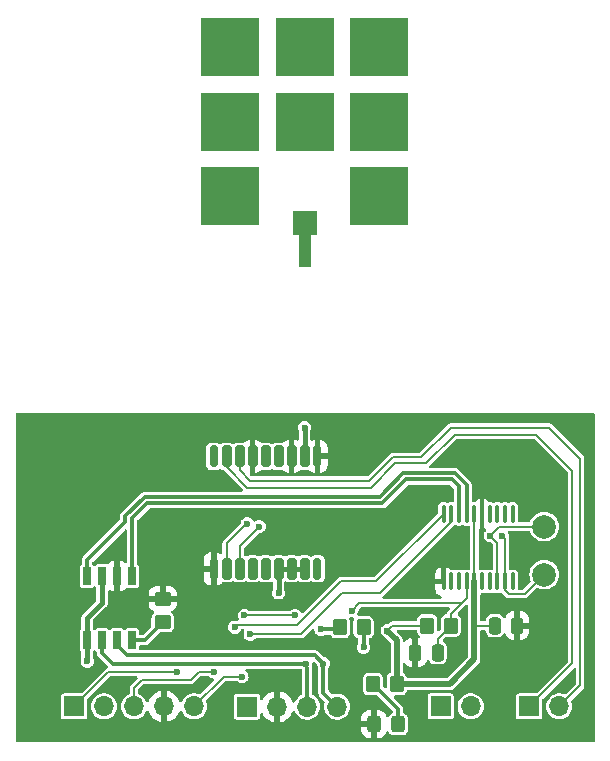
<source format=gbr>
%TF.GenerationSoftware,KiCad,Pcbnew,8.0.1*%
%TF.CreationDate,2025-07-31T15:27:13-05:00*%
%TF.ProjectId,GPS_board_v3,4750535f-626f-4617-9264-5f76332e6b69,rev?*%
%TF.SameCoordinates,Original*%
%TF.FileFunction,Copper,L1,Top*%
%TF.FilePolarity,Positive*%
%FSLAX46Y46*%
G04 Gerber Fmt 4.6, Leading zero omitted, Abs format (unit mm)*
G04 Created by KiCad (PCBNEW 8.0.1) date 2025-07-31 15:27:13*
%MOMM*%
%LPD*%
G01*
G04 APERTURE LIST*
G04 Aperture macros list*
%AMRoundRect*
0 Rectangle with rounded corners*
0 $1 Rounding radius*
0 $2 $3 $4 $5 $6 $7 $8 $9 X,Y pos of 4 corners*
0 Add a 4 corners polygon primitive as box body*
4,1,4,$2,$3,$4,$5,$6,$7,$8,$9,$2,$3,0*
0 Add four circle primitives for the rounded corners*
1,1,$1+$1,$2,$3*
1,1,$1+$1,$4,$5*
1,1,$1+$1,$6,$7*
1,1,$1+$1,$8,$9*
0 Add four rect primitives between the rounded corners*
20,1,$1+$1,$2,$3,$4,$5,0*
20,1,$1+$1,$4,$5,$6,$7,0*
20,1,$1+$1,$6,$7,$8,$9,0*
20,1,$1+$1,$8,$9,$2,$3,0*%
G04 Aperture macros list end*
%TA.AperFunction,ComponentPad*%
%ADD10C,2.000000*%
%TD*%
%TA.AperFunction,SMDPad,CuDef*%
%ADD11RoundRect,0.100000X0.100000X-0.637500X0.100000X0.637500X-0.100000X0.637500X-0.100000X-0.637500X0*%
%TD*%
%TA.AperFunction,SMDPad,CuDef*%
%ADD12RoundRect,0.250000X-0.350000X-0.450000X0.350000X-0.450000X0.350000X0.450000X-0.350000X0.450000X0*%
%TD*%
%TA.AperFunction,ComponentPad*%
%ADD13R,1.700000X1.700000*%
%TD*%
%TA.AperFunction,ComponentPad*%
%ADD14O,1.700000X1.700000*%
%TD*%
%TA.AperFunction,SMDPad,CuDef*%
%ADD15RoundRect,0.250000X-0.250000X-0.475000X0.250000X-0.475000X0.250000X0.475000X-0.250000X0.475000X0*%
%TD*%
%TA.AperFunction,SMDPad,CuDef*%
%ADD16RoundRect,0.250000X0.250000X0.475000X-0.250000X0.475000X-0.250000X-0.475000X0.250000X-0.475000X0*%
%TD*%
%TA.AperFunction,SMDPad,CuDef*%
%ADD17R,0.650000X1.528000*%
%TD*%
%TA.AperFunction,SMDPad,CuDef*%
%ADD18RoundRect,0.175000X0.175000X-0.725000X0.175000X0.725000X-0.175000X0.725000X-0.175000X-0.725000X0*%
%TD*%
%TA.AperFunction,SMDPad,CuDef*%
%ADD19RoundRect,0.200000X0.200000X-0.700000X0.200000X0.700000X-0.200000X0.700000X-0.200000X-0.700000X0*%
%TD*%
%TA.AperFunction,SMDPad,CuDef*%
%ADD20RoundRect,0.250000X0.450000X-0.350000X0.450000X0.350000X-0.450000X0.350000X-0.450000X-0.350000X0*%
%TD*%
%TA.AperFunction,ComponentPad*%
%ADD21R,5.000000X5.000000*%
%TD*%
%TA.AperFunction,SMDPad,CuDef*%
%ADD22R,2.000000X2.000000*%
%TD*%
%TA.AperFunction,ComponentPad*%
%ADD23R,1.000000X2.700000*%
%TD*%
%TA.AperFunction,SMDPad,CuDef*%
%ADD24RoundRect,0.250000X-0.325000X-0.450000X0.325000X-0.450000X0.325000X0.450000X-0.325000X0.450000X0*%
%TD*%
%TA.AperFunction,ViaPad*%
%ADD25C,0.600000*%
%TD*%
%TA.AperFunction,Conductor*%
%ADD26C,0.200000*%
%TD*%
%TA.AperFunction,Conductor*%
%ADD27C,0.500000*%
%TD*%
%TA.AperFunction,Conductor*%
%ADD28C,0.350000*%
%TD*%
%TA.AperFunction,Conductor*%
%ADD29C,0.450000*%
%TD*%
G04 APERTURE END LIST*
D10*
%TO.P,REF\u002A\u002A,1*%
%TO.N,STM_UART_TX*%
X167894000Y-110490000D03*
%TD*%
%TO.P,REF\u002A\u002A,1*%
%TO.N,STM_UART_RX*%
X167894000Y-114554000D03*
%TD*%
D11*
%TO.P,U1,1,PB8*%
%TO.N,GND*%
X159381000Y-115130500D03*
%TO.P,U1,2,PF0*%
%TO.N,unconnected-(U1-PF0-Pad2)*%
X160031000Y-115130500D03*
%TO.P,U1,3,PF1*%
%TO.N,unconnected-(U1-PF1-Pad3)*%
X160681000Y-115130500D03*
%TO.P,U1,4,NRST*%
%TO.N,STM_RST*%
X161331000Y-115130500D03*
%TO.P,U1,5,VDDA*%
%TO.N,+3V3*%
X161981000Y-115130500D03*
%TO.P,U1,6,PA0*%
%TO.N,unconnected-(U1-PA0-Pad6)*%
X162631000Y-115130500D03*
%TO.P,U1,7,PA1*%
%TO.N,unconnected-(U1-PA1-Pad7)*%
X163281000Y-115130500D03*
%TO.P,U1,8,PA2*%
%TO.N,STM_UART_TX*%
X163931000Y-115130500D03*
%TO.P,U1,9,PA3*%
%TO.N,STM_UART_RX*%
X164581000Y-115130500D03*
%TO.P,U1,10,PA4*%
%TO.N,unconnected-(U1-PA4-Pad10)*%
X165231000Y-115130500D03*
%TO.P,U1,11,PA5*%
%TO.N,unconnected-(U1-PA5-Pad11)*%
X165231000Y-109405500D03*
%TO.P,U1,12,PA6*%
%TO.N,unconnected-(U1-PA6-Pad12)*%
X164581000Y-109405500D03*
%TO.P,U1,13,PA7*%
%TO.N,unconnected-(U1-PA7-Pad13)*%
X163931000Y-109405500D03*
%TO.P,U1,14,PB1*%
%TO.N,unconnected-(U1-PB1-Pad14)*%
X163281000Y-109405500D03*
%TO.P,U1,15,VSSA*%
%TO.N,GND*%
X162631000Y-109405500D03*
%TO.P,U1,16,VDD*%
%TO.N,+3V3*%
X161981000Y-109405500D03*
%TO.P,U1,17,PA9/PA11*%
%TO.N,CAN_RX*%
X161331000Y-109405500D03*
%TO.P,U1,18,PA10/PA12*%
%TO.N,CAN_TX*%
X160681000Y-109405500D03*
%TO.P,U1,19,PA13*%
%TO.N,SWDIO*%
X160031000Y-109405500D03*
%TO.P,U1,20,PA14*%
%TO.N,SWCLK*%
X159381000Y-109405500D03*
%TD*%
D12*
%TO.P,R1,1*%
%TO.N,+3V3*%
X158004000Y-118872000D03*
%TO.P,R1,2*%
%TO.N,STM_RST*%
X160004000Y-118872000D03*
%TD*%
D13*
%TO.P,J3,1,Pin_1*%
%TO.N,+3V3*%
X142748000Y-125730000D03*
D14*
%TO.P,J3,2,Pin_2*%
%TO.N,GND*%
X145288000Y-125730000D03*
%TO.P,J3,3,Pin_3*%
%TO.N,CANL*%
X147828000Y-125730000D03*
%TO.P,J3,4,Pin_4*%
%TO.N,CANH*%
X150368000Y-125730000D03*
%TD*%
D15*
%TO.P,C2,1*%
%TO.N,+3V3*%
X163708000Y-118872000D03*
%TO.P,C2,2*%
%TO.N,GND*%
X165608000Y-118872000D03*
%TD*%
D16*
%TO.P,C1,1*%
%TO.N,STM_RST*%
X158872000Y-121158000D03*
%TO.P,C1,2*%
%TO.N,GND*%
X156972000Y-121158000D03*
%TD*%
D17*
%TO.P,IC2,1,D*%
%TO.N,CAN_TX*%
X133005000Y-114689000D03*
%TO.P,IC2,2,GND*%
%TO.N,GND*%
X131735000Y-114689000D03*
%TO.P,IC2,3,VCC*%
%TO.N,+3V3*%
X130465000Y-114689000D03*
%TO.P,IC2,4,R*%
%TO.N,CAN_RX*%
X129195000Y-114689000D03*
%TO.P,IC2,5,VREF*%
%TO.N,+3V3*%
X129195000Y-120111000D03*
%TO.P,IC2,6,CANL*%
%TO.N,CANL*%
X130465000Y-120111000D03*
%TO.P,IC2,7,CANH*%
%TO.N,CANH*%
X131735000Y-120111000D03*
%TO.P,IC2,8,RS*%
%TO.N,Net-(IC2-RS)*%
X133005000Y-120111000D03*
%TD*%
D13*
%TO.P,J4,1,Pin_1*%
%TO.N,STM_RST*%
X128080000Y-125715000D03*
D14*
%TO.P,J4,2,Pin_2*%
%TO.N,+3V3*%
X130620000Y-125715000D03*
%TO.P,J4,3,Pin_3*%
%TO.N,SWCLK*%
X133160000Y-125715000D03*
%TO.P,J4,4,Pin_4*%
%TO.N,GND*%
X135700000Y-125715000D03*
%TO.P,J4,5,Pin_5*%
%TO.N,SWDIO*%
X138240000Y-125715000D03*
%TD*%
D18*
%TO.P,U5,1,GND*%
%TO.N,GND*%
X139900000Y-114050000D03*
D19*
%TO.P,U5,2,TXD*%
%TO.N,STM_UART_RX*%
X141000000Y-114050000D03*
%TO.P,U5,3,RXD*%
%TO.N,STM_UART_TX*%
X142100000Y-114050000D03*
%TO.P,U5,4,TIMEPULSE*%
%TO.N,unconnected-(U5-TIMEPULSE-Pad4)*%
X143200000Y-114050000D03*
%TO.P,U5,5,EXTINT*%
%TO.N,unconnected-(U5-EXTINT-Pad5)*%
X144300000Y-114050000D03*
%TO.P,U5,6,V_BCKP*%
%TO.N,+3V3*%
X145400000Y-114050000D03*
%TO.P,U5,7,VCC_IO*%
X146500000Y-114050000D03*
%TO.P,U5,8,VCC*%
X147600000Y-114050000D03*
D18*
%TO.P,U5,9,~{RESET}*%
%TO.N,unconnected-(U5-~{RESET}-Pad9)*%
X148700000Y-114050000D03*
%TO.P,U5,10,GND*%
%TO.N,GND*%
X148700000Y-104550000D03*
D19*
%TO.P,U5,11,RF_IN*%
%TO.N,Net-(A1-RF_OUT)*%
X147600000Y-104550000D03*
%TO.P,U5,12,GND*%
%TO.N,GND*%
X146500000Y-104550000D03*
%TO.P,U5,13,Reserved*%
%TO.N,unconnected-(U5-Reserved-Pad13)*%
X145400000Y-104550000D03*
%TO.P,U5,14,VCC_RF*%
%TO.N,unconnected-(U5-VCC_RF-Pad14)*%
X144300000Y-104550000D03*
%TO.P,U5,15,V_ANT*%
%TO.N,GND*%
X143200000Y-104550000D03*
%TO.P,U5,16,SDA*%
%TO.N,SDA*%
X142100000Y-104550000D03*
%TO.P,U5,17,SCL*%
%TO.N,SCL*%
X141000000Y-104550000D03*
D18*
%TO.P,U5,18,~{SAFEBOOT}*%
%TO.N,unconnected-(U5-~{SAFEBOOT}-Pad18)*%
X139900000Y-104550000D03*
%TD*%
D13*
%TO.P,J2,1,Pin_1*%
%TO.N,CANH*%
X159125000Y-125715000D03*
D14*
%TO.P,J2,2,Pin_2*%
%TO.N,Net-(J2A-Pin_2)*%
X161665000Y-125715000D03*
%TD*%
D12*
%TO.P,R9,1*%
%TO.N,CANL*%
X150600000Y-119000000D03*
%TO.P,R9,2*%
%TO.N,Net-(J2A-Pin_2)*%
X152600000Y-119000000D03*
%TD*%
D20*
%TO.P,R8,1*%
%TO.N,Net-(IC2-RS)*%
X135600000Y-118600000D03*
%TO.P,R8,2*%
%TO.N,GND*%
X135600000Y-116600000D03*
%TD*%
D21*
%TO.P,A1,1,GND*%
%TO.N,GND*%
X141300000Y-69900000D03*
X141300000Y-76200000D03*
X141300000Y-82500000D03*
X147600000Y-69900000D03*
X147600000Y-76200000D03*
X153900000Y-69900000D03*
X153900000Y-76200000D03*
X153900000Y-82500000D03*
D22*
%TO.P,A1,2,RF_OUT*%
%TO.N,Net-(A1-RF_OUT)*%
X147600000Y-84800000D03*
D23*
X147600000Y-87150000D03*
%TD*%
D12*
%TO.P,R10,1*%
%TO.N,Net-(D1-A)*%
X153400000Y-123815000D03*
%TO.P,R10,2*%
%TO.N,+3V3*%
X155400000Y-123815000D03*
%TD*%
D13*
%TO.P,J1,1,Pin_1*%
%TO.N,SCL*%
X166625000Y-125715000D03*
D14*
%TO.P,J1,2,Pin_2*%
%TO.N,SDA*%
X169165000Y-125715000D03*
%TD*%
D24*
%TO.P,D1,1,K*%
%TO.N,GND*%
X153475000Y-127215000D03*
%TO.P,D1,2,A*%
%TO.N,Net-(D1-A)*%
X155525000Y-127215000D03*
%TD*%
D25*
%TO.N,GND*%
X162814000Y-112776000D03*
X157734000Y-115316000D03*
X156464000Y-119634000D03*
%TO.N,STM_UART_TX*%
X163322000Y-111252000D03*
X143764000Y-110490000D03*
%TO.N,STM_UART_RX*%
X164338000Y-111252000D03*
X142748000Y-110236000D03*
%TO.N,GND*%
X171600000Y-109500000D03*
X123700000Y-114500000D03*
X123700000Y-109500000D03*
X171600000Y-114500000D03*
X123700000Y-104500000D03*
X123700000Y-123000000D03*
X171600000Y-123000000D03*
X123700000Y-118900000D03*
X123700000Y-128000000D03*
X130600000Y-109500000D03*
X171600000Y-104500000D03*
X171600000Y-118900000D03*
X130600000Y-104500000D03*
X171600000Y-128000000D03*
%TO.N,CANH*%
X149200000Y-122100000D03*
%TO.N,Net-(A1-RF_OUT)*%
X147600000Y-102100000D03*
%TO.N,+3V3*%
X129200000Y-121900000D03*
X145400000Y-116100000D03*
X154600000Y-119300000D03*
%TO.N,CANL*%
X149000000Y-119200000D03*
X147700000Y-122100000D03*
%TO.N,Net-(J2A-Pin_2)*%
X152600000Y-120700000D03*
%TO.N,SWCLK*%
X141700000Y-119000000D03*
X139900000Y-122775000D03*
%TO.N,STM_RST*%
X146800000Y-118000000D03*
X151600000Y-117600000D03*
X136800000Y-122800000D03*
X142500000Y-118000000D03*
%TO.N,SWDIO*%
X142300000Y-123200000D03*
X143000000Y-119600000D03*
%TD*%
D26*
%TO.N,STM_UART_RX*%
X164581000Y-115130500D02*
X164581000Y-115867999D01*
X164581000Y-115867999D02*
X164913001Y-116200000D01*
X164913001Y-116200000D02*
X166248000Y-116200000D01*
X166248000Y-116200000D02*
X167894000Y-114554000D01*
%TO.N,STM_UART_TX*%
X163322000Y-111252000D02*
X164084000Y-110490000D01*
X164084000Y-110490000D02*
X167894000Y-110490000D01*
%TO.N,SCL*%
X167200000Y-102700000D02*
X160300000Y-102700000D01*
X142750000Y-107200000D02*
X141000000Y-105450000D01*
X141000000Y-105450000D02*
X141000000Y-104550000D01*
X170280000Y-105780000D02*
X167200000Y-102700000D01*
X170280000Y-122060000D02*
X170280000Y-105780000D01*
X166625000Y-125715000D02*
X170280000Y-122060000D01*
X160300000Y-102700000D02*
X157900000Y-105100000D01*
X157900000Y-105100000D02*
X155300000Y-105100000D01*
X155300000Y-105100000D02*
X153200000Y-107200000D01*
X153200000Y-107200000D02*
X142750000Y-107200000D01*
%TO.N,SDA*%
X170942000Y-123938000D02*
X170942000Y-104742000D01*
X170942000Y-104742000D02*
X168300000Y-102100000D01*
X169165000Y-125715000D02*
X170942000Y-123938000D01*
X168300000Y-102100000D02*
X160000000Y-102100000D01*
X160000000Y-102100000D02*
X157500000Y-104600000D01*
X157500000Y-104600000D02*
X155100000Y-104600000D01*
X155100000Y-104600000D02*
X153100000Y-106600000D01*
X142100000Y-105700000D02*
X142100000Y-104550000D01*
X153100000Y-106600000D02*
X143000000Y-106600000D01*
X143000000Y-106600000D02*
X142100000Y-105700000D01*
%TO.N,GND*%
X162631000Y-112593000D02*
X162814000Y-112776000D01*
X162631000Y-109405500D02*
X162631000Y-112593000D01*
X157919500Y-115130500D02*
X157734000Y-115316000D01*
X159381000Y-115130500D02*
X157919500Y-115130500D01*
X156972000Y-120142000D02*
X156464000Y-119634000D01*
X156972000Y-121158000D02*
X156972000Y-120142000D01*
D27*
%TO.N,+3V3*%
X161981000Y-121737000D02*
X161981000Y-119126000D01*
X161981000Y-119126000D02*
X161981000Y-115130500D01*
D26*
X163708000Y-118872000D02*
X162235000Y-118872000D01*
X162235000Y-118872000D02*
X161981000Y-119126000D01*
D27*
X155400000Y-123815000D02*
X159903000Y-123815000D01*
X159903000Y-123815000D02*
X161981000Y-121737000D01*
D26*
%TO.N,STM_RST*%
X158872000Y-121158000D02*
X158872000Y-120004000D01*
X158872000Y-120004000D02*
X160004000Y-118872000D01*
X160004000Y-118872000D02*
X160004000Y-117872000D01*
X160004000Y-117872000D02*
X160926000Y-116950000D01*
%TO.N,+3V3*%
X158004000Y-118872000D02*
X155028000Y-118872000D01*
X155028000Y-118872000D02*
X154600000Y-119300000D01*
D28*
%TO.N,CANH*%
X149200000Y-122100000D02*
X149200000Y-124562000D01*
X149200000Y-124562000D02*
X150368000Y-125730000D01*
%TO.N,CANL*%
X147700000Y-122100000D02*
X147700000Y-122300000D01*
X147828000Y-122428000D02*
X147828000Y-125730000D01*
X147700000Y-122300000D02*
X147828000Y-122428000D01*
D26*
%TO.N,STM_RST*%
X161331000Y-115130500D02*
X161331000Y-116545000D01*
X161331000Y-116545000D02*
X160926000Y-116950000D01*
X152250000Y-116950000D02*
X151600000Y-117600000D01*
X160926000Y-116950000D02*
X152250000Y-116950000D01*
%TO.N,STM_UART_TX*%
X163931000Y-115130500D02*
X163931000Y-111861000D01*
X163931000Y-111861000D02*
X163322000Y-111252000D01*
X142100000Y-114050000D02*
X142100000Y-112154000D01*
X142100000Y-112154000D02*
X143764000Y-110490000D01*
%TO.N,STM_UART_RX*%
X142748000Y-110236000D02*
X142664000Y-110236000D01*
X142664000Y-110236000D02*
X141000000Y-111900000D01*
X141000000Y-111900000D02*
X141000000Y-114050000D01*
X164581000Y-111495000D02*
X164338000Y-111252000D01*
X164581000Y-115130500D02*
X164581000Y-111495000D01*
%TO.N,+3V3*%
X161981000Y-109405500D02*
X161981000Y-115130500D01*
%TO.N,SWCLK*%
X141700000Y-119000000D02*
X141900000Y-118800000D01*
X153686500Y-115100000D02*
X159381000Y-109405500D01*
X141900000Y-118800000D02*
X147000000Y-118800000D01*
X147000000Y-118800000D02*
X150700000Y-115100000D01*
X150700000Y-115100000D02*
X153686500Y-115100000D01*
X139900000Y-122775000D02*
X138640000Y-122775000D01*
X133858000Y-123444000D02*
X133160000Y-124142000D01*
X138640000Y-122775000D02*
X137971000Y-123444000D01*
X137971000Y-123444000D02*
X133858000Y-123444000D01*
X133160000Y-124142000D02*
X133160000Y-125715000D01*
%TO.N,SWDIO*%
X143000000Y-119600000D02*
X147300000Y-119600000D01*
X154000000Y-116100000D02*
X160031000Y-110069000D01*
X147300000Y-119600000D02*
X150800000Y-116100000D01*
X150800000Y-116100000D02*
X154000000Y-116100000D01*
X160031000Y-110069000D02*
X160031000Y-109405500D01*
D28*
%TO.N,CAN_RX*%
X129195000Y-114689000D02*
X129195000Y-113305000D01*
X153950000Y-107950000D02*
X155950000Y-105950000D01*
X161331000Y-106959182D02*
X161331000Y-109405500D01*
X132400000Y-109622182D02*
X134072182Y-107950000D01*
X129195000Y-113305000D02*
X132400000Y-110100000D01*
X132400000Y-110100000D02*
X132400000Y-109622182D01*
X134072182Y-107950000D02*
X153950000Y-107950000D01*
X155950000Y-105950000D02*
X160321818Y-105950000D01*
X160321818Y-105950000D02*
X161331000Y-106959182D01*
%TO.N,CAN_TX*%
X154200000Y-108500000D02*
X156200000Y-106500000D01*
X133005000Y-109795000D02*
X134300000Y-108500000D01*
X156200000Y-106500000D02*
X160094000Y-106500000D01*
X133005000Y-114689000D02*
X133005000Y-109795000D01*
X134300000Y-108500000D02*
X154200000Y-108500000D01*
X160094000Y-106500000D02*
X160681000Y-107087000D01*
X160681000Y-107087000D02*
X160681000Y-109405500D01*
%TO.N,CANH*%
X131735000Y-120550000D02*
X132585000Y-121400000D01*
X148500000Y-121400000D02*
X149200000Y-122100000D01*
X131735000Y-120111000D02*
X131735000Y-120550000D01*
X132585000Y-121400000D02*
X148500000Y-121400000D01*
D26*
%TO.N,Net-(A1-RF_OUT)*%
X147600000Y-84900000D02*
X147600000Y-87250000D01*
D29*
X147600000Y-104550000D02*
X147600000Y-102100000D01*
%TO.N,+3V3*%
X129195000Y-120111000D02*
X129195000Y-118205000D01*
D27*
X155400000Y-120100000D02*
X154600000Y-119300000D01*
D29*
X145400000Y-116100000D02*
X145400000Y-114050000D01*
D27*
X155400000Y-123815000D02*
X155400000Y-120100000D01*
D29*
X146500000Y-114050000D02*
X147600000Y-114050000D01*
X129195000Y-118205000D02*
X130465000Y-116935000D01*
X129195000Y-121895000D02*
X129200000Y-121900000D01*
X129195000Y-120111000D02*
X129195000Y-121895000D01*
X145400000Y-114050000D02*
X146500000Y-114050000D01*
X130465000Y-116935000D02*
X130465000Y-114689000D01*
D28*
%TO.N,Net-(D1-A)*%
X155525000Y-125940000D02*
X153400000Y-123815000D01*
X155525000Y-127215000D02*
X155525000Y-125940000D01*
%TO.N,CANL*%
X149000000Y-119200000D02*
X150400000Y-119200000D01*
X147700000Y-122100000D02*
X131400000Y-122100000D01*
X150400000Y-119200000D02*
X150600000Y-119000000D01*
X131400000Y-122100000D02*
X130465000Y-121165000D01*
X130465000Y-121165000D02*
X130465000Y-120111000D01*
%TO.N,Net-(IC2-RS)*%
X133005000Y-120111000D02*
X134089000Y-120111000D01*
X134089000Y-120111000D02*
X135600000Y-118600000D01*
%TO.N,Net-(J2A-Pin_2)*%
X152600000Y-119000000D02*
X152600000Y-120700000D01*
D26*
%TO.N,STM_RST*%
X128080000Y-125715000D02*
X130995000Y-122800000D01*
X142500000Y-118000000D02*
X146800000Y-118000000D01*
X130995000Y-122800000D02*
X136800000Y-122800000D01*
%TO.N,SWDIO*%
X138240000Y-125715000D02*
X140755000Y-123200000D01*
X140755000Y-123200000D02*
X142300000Y-123200000D01*
%TD*%
%TA.AperFunction,Conductor*%
%TO.N,GND*%
G36*
X139479228Y-123149185D02*
G01*
X139499866Y-123165815D01*
X139504523Y-123170472D01*
X139620355Y-123259354D01*
X139620361Y-123259357D01*
X139656150Y-123274181D01*
X139755246Y-123315228D01*
X139844558Y-123326986D01*
X139908453Y-123355251D01*
X139946925Y-123413575D01*
X139947757Y-123483440D01*
X139916053Y-123537605D01*
X138789524Y-124664135D01*
X138728201Y-124697620D01*
X138658509Y-124692636D01*
X138657087Y-124692094D01*
X138543556Y-124648112D01*
X138342347Y-124610500D01*
X138137653Y-124610500D01*
X137936444Y-124648112D01*
X137936441Y-124648112D01*
X137936441Y-124648113D01*
X137745575Y-124722054D01*
X137745569Y-124722057D01*
X137571539Y-124829812D01*
X137571537Y-124829814D01*
X137420269Y-124967712D01*
X137296912Y-125131064D01*
X137211619Y-125302354D01*
X137164116Y-125353591D01*
X137096453Y-125371012D01*
X137030112Y-125349086D01*
X136986158Y-125294775D01*
X136980844Y-125279174D01*
X136973434Y-125251518D01*
X136973429Y-125251507D01*
X136873600Y-125037422D01*
X136873599Y-125037420D01*
X136738113Y-124843926D01*
X136738108Y-124843920D01*
X136571082Y-124676894D01*
X136377578Y-124541399D01*
X136163492Y-124441570D01*
X136163486Y-124441567D01*
X135950000Y-124384364D01*
X135950000Y-125281988D01*
X135892993Y-125249075D01*
X135765826Y-125215000D01*
X135634174Y-125215000D01*
X135507007Y-125249075D01*
X135450000Y-125281988D01*
X135450000Y-124384364D01*
X135449999Y-124384364D01*
X135236513Y-124441567D01*
X135236507Y-124441570D01*
X135022422Y-124541399D01*
X135022420Y-124541400D01*
X134828926Y-124676886D01*
X134828920Y-124676891D01*
X134661891Y-124843920D01*
X134661886Y-124843926D01*
X134526400Y-125037420D01*
X134526399Y-125037422D01*
X134426570Y-125251507D01*
X134426564Y-125251522D01*
X134419154Y-125279177D01*
X134382788Y-125338837D01*
X134319941Y-125369365D01*
X134250566Y-125361070D01*
X134196688Y-125316583D01*
X134188380Y-125302354D01*
X134169319Y-125264075D01*
X134103088Y-125131065D01*
X134032371Y-125037420D01*
X133979730Y-124967712D01*
X133828463Y-124829815D01*
X133828462Y-124829814D01*
X133749137Y-124780698D01*
X133654430Y-124722057D01*
X133593704Y-124698531D01*
X133538303Y-124655957D01*
X133514714Y-124590190D01*
X133514500Y-124582905D01*
X133514500Y-124340201D01*
X133534185Y-124273162D01*
X133550819Y-124252520D01*
X133968520Y-123834819D01*
X134029843Y-123801334D01*
X134056201Y-123798500D01*
X138017669Y-123798500D01*
X138017671Y-123798500D01*
X138107832Y-123774341D01*
X138188668Y-123727671D01*
X138750520Y-123165819D01*
X138811843Y-123132334D01*
X138838201Y-123129500D01*
X139412189Y-123129500D01*
X139479228Y-123149185D01*
G37*
%TD.AperFunction*%
%TA.AperFunction,Conductor*%
G36*
X161395835Y-117084019D02*
G01*
X161451768Y-117125891D01*
X161476184Y-117191356D01*
X161476500Y-117200200D01*
X161476500Y-121476667D01*
X161456815Y-121543706D01*
X161440181Y-121564348D01*
X159730348Y-123274181D01*
X159669025Y-123307666D01*
X159642667Y-123310500D01*
X156354217Y-123310500D01*
X156287178Y-123290815D01*
X156241423Y-123238011D01*
X156238036Y-123229835D01*
X156217279Y-123174185D01*
X156197342Y-123120733D01*
X156119698Y-123017011D01*
X156110404Y-123004595D01*
X156030463Y-122944754D01*
X155994267Y-122917658D01*
X155994265Y-122917657D01*
X155990154Y-122916123D01*
X155985163Y-122914262D01*
X155929231Y-122872390D01*
X155904816Y-122806926D01*
X155904500Y-122798082D01*
X155904500Y-122173301D01*
X155924185Y-122106262D01*
X155976989Y-122060507D01*
X156046147Y-122050563D01*
X156109703Y-122079588D01*
X156125767Y-122096391D01*
X156129684Y-122101345D01*
X156253654Y-122225315D01*
X156402875Y-122317356D01*
X156402880Y-122317358D01*
X156569302Y-122372505D01*
X156569309Y-122372506D01*
X156672019Y-122382999D01*
X156721999Y-122382998D01*
X156722000Y-122382998D01*
X156722000Y-119933000D01*
X156721999Y-119932999D01*
X156672029Y-119933000D01*
X156672011Y-119933001D01*
X156569302Y-119943494D01*
X156402880Y-119998641D01*
X156402875Y-119998643D01*
X156253654Y-120090684D01*
X156129682Y-120214656D01*
X156125763Y-120219613D01*
X156068740Y-120259987D01*
X155998941Y-120263123D01*
X155938526Y-120228025D01*
X155906678Y-120165836D01*
X155904500Y-120142698D01*
X155904500Y-120033583D01*
X155904500Y-120033581D01*
X155870119Y-119905270D01*
X155835345Y-119845040D01*
X155803701Y-119790230D01*
X155451652Y-119438181D01*
X155418167Y-119376858D01*
X155423151Y-119307166D01*
X155465023Y-119251233D01*
X155530487Y-119226816D01*
X155539333Y-119226500D01*
X157025501Y-119226500D01*
X157092540Y-119246185D01*
X157138295Y-119298989D01*
X157149501Y-119350500D01*
X157149501Y-119370257D01*
X157155960Y-119430344D01*
X157206655Y-119566261D01*
X157206656Y-119566264D01*
X157206658Y-119566267D01*
X157216671Y-119579643D01*
X157293595Y-119682404D01*
X157330102Y-119709732D01*
X157371974Y-119765665D01*
X157376960Y-119835357D01*
X157343475Y-119896680D01*
X157282153Y-119930166D01*
X157255793Y-119933000D01*
X157222000Y-119933000D01*
X157222000Y-122382999D01*
X157271972Y-122382999D01*
X157271986Y-122382998D01*
X157374697Y-122372505D01*
X157541119Y-122317358D01*
X157541124Y-122317356D01*
X157690345Y-122225315D01*
X157814315Y-122101345D01*
X157906356Y-121952124D01*
X157906359Y-121952117D01*
X157934922Y-121865918D01*
X157974694Y-121808473D01*
X158039209Y-121781649D01*
X158107985Y-121793963D01*
X158159186Y-121841506D01*
X158168808Y-121861583D01*
X158174658Y-121877267D01*
X158191674Y-121899998D01*
X158261595Y-121993404D01*
X158319443Y-122036707D01*
X158377733Y-122080342D01*
X158513658Y-122131040D01*
X158573745Y-122137500D01*
X159170254Y-122137499D01*
X159230342Y-122131040D01*
X159366267Y-122080342D01*
X159482404Y-121993404D01*
X159569342Y-121877267D01*
X159620040Y-121741342D01*
X159623998Y-121704526D01*
X159626499Y-121681271D01*
X159626499Y-121681264D01*
X159626500Y-121681255D01*
X159626499Y-120634746D01*
X159620040Y-120574658D01*
X159605159Y-120534761D01*
X159569344Y-120438738D01*
X159569343Y-120438737D01*
X159569342Y-120438733D01*
X159510653Y-120360333D01*
X159482404Y-120322595D01*
X159359168Y-120230344D01*
X159359954Y-120229293D01*
X159316975Y-120186310D01*
X159302126Y-120118037D01*
X159326547Y-120052574D01*
X159338118Y-120039220D01*
X159514532Y-119862805D01*
X159575853Y-119829322D01*
X159602424Y-119827219D01*
X159602424Y-119826500D01*
X159605744Y-119826499D01*
X159605745Y-119826500D01*
X160402254Y-119826499D01*
X160462342Y-119820040D01*
X160598267Y-119769342D01*
X160714404Y-119682404D01*
X160801342Y-119566267D01*
X160852040Y-119430342D01*
X160855812Y-119395255D01*
X160858499Y-119370271D01*
X160858499Y-119370264D01*
X160858500Y-119370255D01*
X160858499Y-118373746D01*
X160852040Y-118313658D01*
X160827681Y-118248350D01*
X160801344Y-118177738D01*
X160801343Y-118177737D01*
X160801342Y-118177733D01*
X160714404Y-118061596D01*
X160600972Y-117976683D01*
X160559102Y-117920750D01*
X160554117Y-117851059D01*
X160587598Y-117789739D01*
X161209671Y-117167668D01*
X161209671Y-117167667D01*
X161264820Y-117112518D01*
X161326144Y-117079033D01*
X161395835Y-117084019D01*
G37*
%TD.AperFunction*%
%TA.AperFunction,Conductor*%
G36*
X161060461Y-110354223D02*
G01*
X161128447Y-110387460D01*
X161128448Y-110387460D01*
X161128450Y-110387461D01*
X161197354Y-110397500D01*
X161197360Y-110397500D01*
X161464643Y-110397500D01*
X161464646Y-110397500D01*
X161484623Y-110394589D01*
X161553797Y-110404401D01*
X161606688Y-110450055D01*
X161626500Y-110517057D01*
X161626500Y-114018706D01*
X161606815Y-114085745D01*
X161554011Y-114131500D01*
X161484853Y-114141444D01*
X161464646Y-114138500D01*
X161197354Y-114138500D01*
X161145676Y-114146029D01*
X161128448Y-114148539D01*
X161060460Y-114181777D01*
X160991587Y-114193535D01*
X160951540Y-114181777D01*
X160883551Y-114148539D01*
X160873706Y-114147104D01*
X160814646Y-114138500D01*
X160547354Y-114138500D01*
X160495676Y-114146029D01*
X160478448Y-114148539D01*
X160410460Y-114181777D01*
X160341587Y-114193535D01*
X160301540Y-114181777D01*
X160233551Y-114148539D01*
X160223706Y-114147104D01*
X160164646Y-114138500D01*
X160026416Y-114138500D01*
X159959377Y-114118815D01*
X159928041Y-114089987D01*
X159908926Y-114065077D01*
X159783586Y-113968899D01*
X159637631Y-113908444D01*
X159581000Y-113900987D01*
X159581000Y-114419480D01*
X159579705Y-114437354D01*
X159576500Y-114459356D01*
X159576500Y-115206500D01*
X159556815Y-115273539D01*
X159504011Y-115319294D01*
X159452500Y-115330500D01*
X158681001Y-115330500D01*
X158681001Y-115807324D01*
X158696442Y-115924628D01*
X158696444Y-115924633D01*
X158756899Y-116070585D01*
X158853075Y-116195924D01*
X158978413Y-116292100D01*
X159131877Y-116355666D01*
X159131041Y-116357681D01*
X159180930Y-116388090D01*
X159211459Y-116450936D01*
X159203165Y-116520312D01*
X159158679Y-116574190D01*
X159092128Y-116595465D01*
X159089176Y-116595500D01*
X154305201Y-116595500D01*
X154238162Y-116575815D01*
X154192407Y-116523011D01*
X154182463Y-116453853D01*
X154211488Y-116390297D01*
X154217520Y-116383819D01*
X155670839Y-114930500D01*
X158681000Y-114930500D01*
X159181000Y-114930500D01*
X159181000Y-113900987D01*
X159124368Y-113908444D01*
X158978413Y-113968899D01*
X158853075Y-114065075D01*
X158756899Y-114190413D01*
X158696445Y-114336365D01*
X158696444Y-114336369D01*
X158681000Y-114453669D01*
X158681000Y-114930500D01*
X155670839Y-114930500D01*
X155703778Y-114897561D01*
X160183358Y-110417979D01*
X160225367Y-110392655D01*
X160224896Y-110391692D01*
X160248821Y-110379994D01*
X160301540Y-110354222D01*
X160370411Y-110342463D01*
X160410461Y-110354223D01*
X160478447Y-110387460D01*
X160478448Y-110387460D01*
X160478450Y-110387461D01*
X160547354Y-110397500D01*
X160547360Y-110397500D01*
X160814640Y-110397500D01*
X160814646Y-110397500D01*
X160883550Y-110387461D01*
X160951539Y-110354222D01*
X161020412Y-110342463D01*
X161060461Y-110354223D01*
G37*
%TD.AperFunction*%
%TA.AperFunction,Conductor*%
G36*
X172063558Y-100862870D02*
G01*
X172130586Y-100882584D01*
X172176317Y-100935409D01*
X172187500Y-100986870D01*
X172187500Y-128575500D01*
X172167815Y-128642539D01*
X172115011Y-128688294D01*
X172063500Y-128699500D01*
X123274500Y-128699500D01*
X123207461Y-128679815D01*
X123161706Y-128627011D01*
X123150500Y-128575500D01*
X123150500Y-127465000D01*
X152400001Y-127465000D01*
X152400001Y-127714986D01*
X152410494Y-127817697D01*
X152465641Y-127984119D01*
X152465643Y-127984124D01*
X152557684Y-128133345D01*
X152681654Y-128257315D01*
X152830875Y-128349356D01*
X152830880Y-128349358D01*
X152997302Y-128404505D01*
X152997309Y-128404506D01*
X153100019Y-128414999D01*
X153224999Y-128414999D01*
X153225000Y-128414998D01*
X153225000Y-127465000D01*
X152400001Y-127465000D01*
X123150500Y-127465000D01*
X123150500Y-126590063D01*
X126975500Y-126590063D01*
X126990266Y-126664301D01*
X127046515Y-126748484D01*
X127080234Y-126771014D01*
X127130699Y-126804734D01*
X127130702Y-126804734D01*
X127130703Y-126804735D01*
X127155666Y-126809700D01*
X127204933Y-126819500D01*
X128955066Y-126819499D01*
X129029301Y-126804734D01*
X129113484Y-126748484D01*
X129169734Y-126664301D01*
X129184500Y-126590067D01*
X129184499Y-125714999D01*
X129510768Y-125714999D01*
X129529654Y-125918816D01*
X129529654Y-125918818D01*
X129529655Y-125918821D01*
X129576632Y-126083928D01*
X129585673Y-126115704D01*
X129676912Y-126298935D01*
X129800269Y-126462287D01*
X129951537Y-126600185D01*
X129951539Y-126600187D01*
X130125569Y-126707942D01*
X130125575Y-126707945D01*
X130164287Y-126722942D01*
X130316444Y-126781888D01*
X130517653Y-126819500D01*
X130517656Y-126819500D01*
X130722344Y-126819500D01*
X130722347Y-126819500D01*
X130923556Y-126781888D01*
X131114427Y-126707944D01*
X131288462Y-126600186D01*
X131439732Y-126462285D01*
X131563088Y-126298935D01*
X131654328Y-126115701D01*
X131710345Y-125918821D01*
X131729232Y-125715000D01*
X131710345Y-125511179D01*
X131654328Y-125314299D01*
X131563088Y-125131065D01*
X131492371Y-125037420D01*
X131439730Y-124967712D01*
X131288462Y-124829814D01*
X131288460Y-124829812D01*
X131114430Y-124722057D01*
X131114424Y-124722054D01*
X130943806Y-124655957D01*
X130923556Y-124648112D01*
X130722347Y-124610500D01*
X130517653Y-124610500D01*
X130316444Y-124648112D01*
X130316441Y-124648112D01*
X130316441Y-124648113D01*
X130125575Y-124722054D01*
X130125569Y-124722057D01*
X129951539Y-124829812D01*
X129951537Y-124829814D01*
X129800269Y-124967712D01*
X129676912Y-125131064D01*
X129585673Y-125314295D01*
X129529654Y-125511183D01*
X129510768Y-125714999D01*
X129184499Y-125714999D01*
X129184499Y-125163199D01*
X129204184Y-125096161D01*
X129220813Y-125075524D01*
X131105520Y-123190819D01*
X131166843Y-123157334D01*
X131193201Y-123154500D01*
X133346799Y-123154500D01*
X133413838Y-123174185D01*
X133459593Y-123226989D01*
X133469537Y-123296147D01*
X133440512Y-123359703D01*
X133434480Y-123366181D01*
X132876330Y-123924330D01*
X132876328Y-123924333D01*
X132829659Y-124005167D01*
X132829659Y-124005168D01*
X132814406Y-124062094D01*
X132805500Y-124095330D01*
X132805500Y-124582905D01*
X132785815Y-124649944D01*
X132733011Y-124695699D01*
X132726296Y-124698531D01*
X132665569Y-124722057D01*
X132491536Y-124829815D01*
X132340269Y-124967712D01*
X132216912Y-125131064D01*
X132125673Y-125314295D01*
X132069654Y-125511183D01*
X132050768Y-125714999D01*
X132069654Y-125918816D01*
X132069654Y-125918818D01*
X132069655Y-125918821D01*
X132116632Y-126083928D01*
X132125673Y-126115704D01*
X132216912Y-126298935D01*
X132340269Y-126462287D01*
X132491537Y-126600185D01*
X132491539Y-126600187D01*
X132665569Y-126707942D01*
X132665575Y-126707945D01*
X132704287Y-126722942D01*
X132856444Y-126781888D01*
X133057653Y-126819500D01*
X133057656Y-126819500D01*
X133262344Y-126819500D01*
X133262347Y-126819500D01*
X133463556Y-126781888D01*
X133654427Y-126707944D01*
X133828462Y-126600186D01*
X133979732Y-126462285D01*
X134103088Y-126298935D01*
X134188380Y-126127645D01*
X134235883Y-126076408D01*
X134303545Y-126058987D01*
X134369886Y-126080912D01*
X134413841Y-126135224D01*
X134419155Y-126150823D01*
X134426567Y-126178485D01*
X134426570Y-126178492D01*
X134526399Y-126392578D01*
X134661894Y-126586082D01*
X134828917Y-126753105D01*
X135022421Y-126888600D01*
X135236507Y-126988429D01*
X135236516Y-126988433D01*
X135450000Y-127045634D01*
X135450000Y-126148012D01*
X135507007Y-126180925D01*
X135634174Y-126215000D01*
X135765826Y-126215000D01*
X135892993Y-126180925D01*
X135950000Y-126148012D01*
X135950000Y-127045633D01*
X136163483Y-126988433D01*
X136163492Y-126988429D01*
X136377578Y-126888600D01*
X136571082Y-126753105D01*
X136738105Y-126586082D01*
X136873600Y-126392578D01*
X136973429Y-126178492D01*
X136973435Y-126178478D01*
X136980844Y-126150826D01*
X137017207Y-126091165D01*
X137080054Y-126060634D01*
X137149429Y-126068928D01*
X137203308Y-126113412D01*
X137211619Y-126127645D01*
X137296912Y-126298935D01*
X137420269Y-126462287D01*
X137571537Y-126600185D01*
X137571539Y-126600187D01*
X137745569Y-126707942D01*
X137745575Y-126707945D01*
X137784287Y-126722942D01*
X137936444Y-126781888D01*
X138137653Y-126819500D01*
X138137656Y-126819500D01*
X138342344Y-126819500D01*
X138342347Y-126819500D01*
X138543556Y-126781888D01*
X138734427Y-126707944D01*
X138908462Y-126600186D01*
X139059732Y-126462285D01*
X139183088Y-126298935D01*
X139274328Y-126115701D01*
X139330345Y-125918821D01*
X139349232Y-125715000D01*
X139330345Y-125511179D01*
X139274328Y-125314299D01*
X139270121Y-125305851D01*
X139257859Y-125237068D01*
X139284731Y-125172572D01*
X139293430Y-125162907D01*
X140865520Y-123590819D01*
X140926843Y-123557334D01*
X140953201Y-123554500D01*
X141812189Y-123554500D01*
X141879228Y-123574185D01*
X141899866Y-123590815D01*
X141904523Y-123595472D01*
X142020355Y-123684354D01*
X142020361Y-123684357D01*
X142087801Y-123712291D01*
X142155246Y-123740228D01*
X142227623Y-123749756D01*
X142299999Y-123759285D01*
X142300000Y-123759285D01*
X142300001Y-123759285D01*
X142348251Y-123752932D01*
X142444754Y-123740228D01*
X142579643Y-123684355D01*
X142695474Y-123595474D01*
X142784355Y-123479643D01*
X142840228Y-123344754D01*
X142859285Y-123200000D01*
X142858076Y-123190819D01*
X142840228Y-123055247D01*
X142840228Y-123055246D01*
X142784355Y-122920358D01*
X142695474Y-122804526D01*
X142626858Y-122751874D01*
X142585657Y-122695448D01*
X142581502Y-122625702D01*
X142615714Y-122564781D01*
X142677432Y-122532029D01*
X142702346Y-122529500D01*
X147270732Y-122529500D01*
X147337771Y-122549185D01*
X147358402Y-122565807D01*
X147362171Y-122569575D01*
X147395663Y-122630893D01*
X147398500Y-122657267D01*
X147398500Y-124627948D01*
X147378815Y-124694987D01*
X147337312Y-124732205D01*
X147338447Y-124734038D01*
X147159539Y-124844812D01*
X147159537Y-124844814D01*
X147008269Y-124982712D01*
X146884912Y-125146064D01*
X146799619Y-125317354D01*
X146752116Y-125368591D01*
X146684453Y-125386012D01*
X146618112Y-125364086D01*
X146574158Y-125309775D01*
X146568844Y-125294174D01*
X146561434Y-125266518D01*
X146561429Y-125266507D01*
X146461600Y-125052422D01*
X146461599Y-125052420D01*
X146326113Y-124858926D01*
X146326108Y-124858920D01*
X146159082Y-124691894D01*
X145965578Y-124556399D01*
X145751492Y-124456570D01*
X145751486Y-124456567D01*
X145538000Y-124399364D01*
X145538000Y-125296988D01*
X145480993Y-125264075D01*
X145353826Y-125230000D01*
X145222174Y-125230000D01*
X145095007Y-125264075D01*
X145038000Y-125296988D01*
X145038000Y-124399364D01*
X145037999Y-124399364D01*
X144824513Y-124456567D01*
X144824507Y-124456570D01*
X144610422Y-124556399D01*
X144610420Y-124556400D01*
X144416926Y-124691886D01*
X144416920Y-124691891D01*
X144249891Y-124858920D01*
X144249886Y-124858926D01*
X144114401Y-125052419D01*
X144088881Y-125107147D01*
X144042708Y-125159586D01*
X143975514Y-125178737D01*
X143908633Y-125158521D01*
X143863299Y-125105355D01*
X143852499Y-125054741D01*
X143852499Y-124854936D01*
X143852499Y-124854934D01*
X143837734Y-124780699D01*
X143802375Y-124727781D01*
X143781484Y-124696515D01*
X143712786Y-124650613D01*
X143697301Y-124640266D01*
X143697299Y-124640265D01*
X143697296Y-124640264D01*
X143623069Y-124625500D01*
X141872936Y-124625500D01*
X141798698Y-124640266D01*
X141714515Y-124696515D01*
X141658266Y-124780699D01*
X141658264Y-124780703D01*
X141643500Y-124854928D01*
X141643500Y-126605063D01*
X141658266Y-126679301D01*
X141714515Y-126763484D01*
X141742056Y-126781886D01*
X141798699Y-126819734D01*
X141798702Y-126819734D01*
X141798703Y-126819735D01*
X141823666Y-126824700D01*
X141872933Y-126834500D01*
X143623066Y-126834499D01*
X143697301Y-126819734D01*
X143781484Y-126763484D01*
X143837734Y-126679301D01*
X143852500Y-126605067D01*
X143852499Y-126405256D01*
X143872183Y-126338220D01*
X143924987Y-126292465D01*
X143994145Y-126282521D01*
X144057701Y-126311546D01*
X144088881Y-126352853D01*
X144114401Y-126407580D01*
X144249894Y-126601082D01*
X144416917Y-126768105D01*
X144610421Y-126903600D01*
X144824507Y-127003429D01*
X144824516Y-127003433D01*
X145038000Y-127060634D01*
X145038000Y-126163012D01*
X145095007Y-126195925D01*
X145222174Y-126230000D01*
X145353826Y-126230000D01*
X145480993Y-126195925D01*
X145538000Y-126163012D01*
X145538000Y-127060633D01*
X145751483Y-127003433D01*
X145751492Y-127003429D01*
X145833904Y-126965000D01*
X152400000Y-126965000D01*
X153225000Y-126965000D01*
X153225000Y-126015000D01*
X153100027Y-126015000D01*
X153100012Y-126015001D01*
X152997302Y-126025494D01*
X152830880Y-126080641D01*
X152830875Y-126080643D01*
X152681654Y-126172684D01*
X152557684Y-126296654D01*
X152465643Y-126445875D01*
X152465641Y-126445880D01*
X152410494Y-126612302D01*
X152410493Y-126612309D01*
X152400000Y-126715013D01*
X152400000Y-126965000D01*
X145833904Y-126965000D01*
X145965578Y-126903600D01*
X146159082Y-126768105D01*
X146326105Y-126601082D01*
X146461600Y-126407578D01*
X146561429Y-126193492D01*
X146561435Y-126193478D01*
X146568844Y-126165826D01*
X146605207Y-126106165D01*
X146668054Y-126075634D01*
X146737429Y-126083928D01*
X146791308Y-126128412D01*
X146799619Y-126142645D01*
X146884912Y-126313935D01*
X147008269Y-126477287D01*
X147159537Y-126615185D01*
X147159539Y-126615187D01*
X147333569Y-126722942D01*
X147333575Y-126722945D01*
X147374010Y-126738609D01*
X147524444Y-126796888D01*
X147725653Y-126834500D01*
X147725656Y-126834500D01*
X147930344Y-126834500D01*
X147930347Y-126834500D01*
X148131556Y-126796888D01*
X148322427Y-126722944D01*
X148496462Y-126615186D01*
X148647732Y-126477285D01*
X148771088Y-126313935D01*
X148862328Y-126130701D01*
X148918345Y-125933821D01*
X148937232Y-125730000D01*
X148918345Y-125526179D01*
X148862328Y-125329299D01*
X148771088Y-125146065D01*
X148647732Y-124982715D01*
X148647730Y-124982712D01*
X148496462Y-124844814D01*
X148496460Y-124844812D01*
X148317553Y-124734038D01*
X148318779Y-124732057D01*
X148274963Y-124691398D01*
X148257500Y-124627948D01*
X148257500Y-122371457D01*
X148257500Y-122371455D01*
X148240488Y-122307966D01*
X148240489Y-122252986D01*
X148239167Y-122252812D01*
X148241329Y-122236394D01*
X148259285Y-122100000D01*
X148256431Y-122078321D01*
X148267197Y-122009286D01*
X148313576Y-121957030D01*
X148380845Y-121938145D01*
X148447646Y-121958626D01*
X148467047Y-121974452D01*
X148486000Y-121993404D01*
X148618246Y-122125650D01*
X148651731Y-122186973D01*
X148653504Y-122197145D01*
X148658671Y-122236394D01*
X148659772Y-122244752D01*
X148659773Y-122244757D01*
X148715642Y-122379638D01*
X148715644Y-122379641D01*
X148715645Y-122379643D01*
X148718220Y-122382999D01*
X148744874Y-122417734D01*
X148770070Y-122482903D01*
X148770500Y-122493222D01*
X148770500Y-124618545D01*
X148799770Y-124727781D01*
X148799771Y-124727782D01*
X148805123Y-124737054D01*
X148805125Y-124737056D01*
X148856313Y-124825717D01*
X148856315Y-124825720D01*
X149287953Y-125257358D01*
X149321438Y-125318681D01*
X149319539Y-125378973D01*
X149277654Y-125526183D01*
X149258768Y-125729999D01*
X149258768Y-125730000D01*
X149277654Y-125933816D01*
X149277654Y-125933818D01*
X149277655Y-125933821D01*
X149332803Y-126127646D01*
X149333673Y-126130704D01*
X149424912Y-126313935D01*
X149548269Y-126477287D01*
X149699537Y-126615185D01*
X149699539Y-126615187D01*
X149873569Y-126722942D01*
X149873575Y-126722945D01*
X149914010Y-126738609D01*
X150064444Y-126796888D01*
X150265653Y-126834500D01*
X150265656Y-126834500D01*
X150470344Y-126834500D01*
X150470347Y-126834500D01*
X150671556Y-126796888D01*
X150862427Y-126722944D01*
X151036462Y-126615186D01*
X151187732Y-126477285D01*
X151311088Y-126313935D01*
X151402328Y-126130701D01*
X151458345Y-125933821D01*
X151477232Y-125730000D01*
X151458345Y-125526179D01*
X151402328Y-125329299D01*
X151311088Y-125146065D01*
X151187732Y-124982715D01*
X151187730Y-124982712D01*
X151036462Y-124844814D01*
X151036460Y-124844812D01*
X150862427Y-124737056D01*
X150862424Y-124737054D01*
X150683778Y-124667847D01*
X150671556Y-124663112D01*
X150470347Y-124625500D01*
X150265653Y-124625500D01*
X150064444Y-124663112D01*
X150064439Y-124663113D01*
X150027394Y-124677464D01*
X149957771Y-124683324D01*
X149896031Y-124650613D01*
X149894922Y-124649517D01*
X149665819Y-124420414D01*
X149632334Y-124359091D01*
X149629500Y-124332733D01*
X149629500Y-122493222D01*
X149649185Y-122426183D01*
X149655126Y-122417734D01*
X149684355Y-122379643D01*
X149740228Y-122244754D01*
X149759285Y-122100000D01*
X149740228Y-121955246D01*
X149684355Y-121820358D01*
X149595474Y-121704526D01*
X149479643Y-121615645D01*
X149479640Y-121615644D01*
X149479638Y-121615642D01*
X149344757Y-121559773D01*
X149344755Y-121559772D01*
X149344754Y-121559772D01*
X149306899Y-121554788D01*
X149297145Y-121553504D01*
X149233248Y-121525237D01*
X149225650Y-121518246D01*
X148763720Y-121056315D01*
X148763719Y-121056314D01*
X148701628Y-121020466D01*
X148665783Y-120999771D01*
X148665782Y-120999770D01*
X148638472Y-120992452D01*
X148556545Y-120970500D01*
X148556542Y-120970500D01*
X133708500Y-120970500D01*
X133641461Y-120950815D01*
X133595706Y-120898011D01*
X133584500Y-120846500D01*
X133584500Y-120664500D01*
X133604185Y-120597461D01*
X133656989Y-120551706D01*
X133708500Y-120540500D01*
X134145542Y-120540500D01*
X134145545Y-120540500D01*
X134254781Y-120511230D01*
X134290628Y-120490533D01*
X134352719Y-120454686D01*
X135316586Y-119490817D01*
X135377909Y-119457333D01*
X135404267Y-119454499D01*
X136098251Y-119454499D01*
X136098254Y-119454499D01*
X136158342Y-119448040D01*
X136294267Y-119397342D01*
X136410404Y-119310404D01*
X136497342Y-119194267D01*
X136548040Y-119058342D01*
X136550800Y-119032664D01*
X136554499Y-118998271D01*
X136554499Y-118998264D01*
X136554500Y-118998255D01*
X136554499Y-118201746D01*
X136548040Y-118141658D01*
X136533494Y-118102658D01*
X136497344Y-118005738D01*
X136497343Y-118005737D01*
X136497342Y-118005733D01*
X136439642Y-117928654D01*
X136410404Y-117889595D01*
X136350273Y-117844583D01*
X136308401Y-117788650D01*
X136303415Y-117718958D01*
X136336900Y-117657635D01*
X136363504Y-117639007D01*
X136362975Y-117638149D01*
X136518345Y-117542315D01*
X136642315Y-117418345D01*
X136734356Y-117269124D01*
X136734358Y-117269119D01*
X136789505Y-117102697D01*
X136789506Y-117102690D01*
X136799999Y-116999986D01*
X136800000Y-116999973D01*
X136800000Y-116850000D01*
X134400001Y-116850000D01*
X134400001Y-116999986D01*
X134410494Y-117102697D01*
X134465641Y-117269119D01*
X134465643Y-117269124D01*
X134557684Y-117418345D01*
X134681654Y-117542315D01*
X134837025Y-117638149D01*
X134835871Y-117640019D01*
X134880262Y-117679107D01*
X134899413Y-117746300D01*
X134879196Y-117813181D01*
X134849727Y-117844582D01*
X134789596Y-117889594D01*
X134706949Y-118000001D01*
X134702658Y-118005733D01*
X134651960Y-118141658D01*
X134651959Y-118141662D01*
X134645500Y-118201728D01*
X134645500Y-118895732D01*
X134625815Y-118962771D01*
X134609181Y-118983413D01*
X133947414Y-119645181D01*
X133886091Y-119678666D01*
X133859733Y-119681500D01*
X133708499Y-119681500D01*
X133641460Y-119661815D01*
X133595705Y-119609011D01*
X133584499Y-119557500D01*
X133584499Y-119321936D01*
X133584499Y-119321934D01*
X133569734Y-119247699D01*
X133549086Y-119216798D01*
X133513484Y-119163515D01*
X133463019Y-119129796D01*
X133429301Y-119107266D01*
X133429299Y-119107265D01*
X133429296Y-119107264D01*
X133355069Y-119092500D01*
X132654936Y-119092500D01*
X132580698Y-119107266D01*
X132496516Y-119163515D01*
X132473102Y-119198557D01*
X132419489Y-119243361D01*
X132350164Y-119252068D01*
X132287137Y-119221913D01*
X132266898Y-119198557D01*
X132243483Y-119163515D01*
X132197494Y-119132786D01*
X132159301Y-119107266D01*
X132159299Y-119107265D01*
X132159296Y-119107264D01*
X132085069Y-119092500D01*
X131384936Y-119092500D01*
X131310698Y-119107266D01*
X131226516Y-119163515D01*
X131203102Y-119198557D01*
X131149489Y-119243361D01*
X131080164Y-119252068D01*
X131017137Y-119221913D01*
X130996898Y-119198557D01*
X130973483Y-119163515D01*
X130927494Y-119132786D01*
X130889301Y-119107266D01*
X130889299Y-119107265D01*
X130889296Y-119107264D01*
X130815069Y-119092500D01*
X130114936Y-119092500D01*
X130040698Y-119107266D01*
X129956514Y-119163516D01*
X129933100Y-119198558D01*
X129879487Y-119243363D01*
X129810162Y-119252069D01*
X129747135Y-119221913D01*
X129726901Y-119198562D01*
X129703484Y-119163516D01*
X129703482Y-119163515D01*
X129696698Y-119153361D01*
X129700046Y-119151123D01*
X129677334Y-119109528D01*
X129674500Y-119083170D01*
X129674500Y-118454976D01*
X129694185Y-118387937D01*
X129710814Y-118367299D01*
X130749210Y-117328903D01*
X130749215Y-117328900D01*
X130759418Y-117318696D01*
X130759420Y-117318696D01*
X130848696Y-117229420D01*
X130911823Y-117120080D01*
X130916483Y-117102690D01*
X130920733Y-117086830D01*
X130929431Y-117054362D01*
X130944500Y-116998128D01*
X130944500Y-116871872D01*
X130944500Y-116350000D01*
X134400000Y-116350000D01*
X135350000Y-116350000D01*
X135350000Y-115500000D01*
X135850000Y-115500000D01*
X135850000Y-116350000D01*
X136799999Y-116350000D01*
X136799999Y-116200028D01*
X136799998Y-116200013D01*
X136789505Y-116097302D01*
X136734358Y-115930880D01*
X136734356Y-115930875D01*
X136642315Y-115781654D01*
X136518345Y-115657684D01*
X136369124Y-115565643D01*
X136369119Y-115565641D01*
X136202697Y-115510494D01*
X136202690Y-115510493D01*
X136099986Y-115500000D01*
X135850000Y-115500000D01*
X135350000Y-115500000D01*
X135100029Y-115500000D01*
X135100012Y-115500001D01*
X134997302Y-115510494D01*
X134830880Y-115565641D01*
X134830875Y-115565643D01*
X134681654Y-115657684D01*
X134557684Y-115781654D01*
X134465643Y-115930875D01*
X134465641Y-115930880D01*
X134410494Y-116097302D01*
X134410493Y-116097309D01*
X134400000Y-116200013D01*
X134400000Y-116350000D01*
X130944500Y-116350000D01*
X130944500Y-115976829D01*
X130964185Y-115909790D01*
X131016989Y-115864035D01*
X131086147Y-115854091D01*
X131142813Y-115877564D01*
X131167909Y-115896352D01*
X131167913Y-115896354D01*
X131302620Y-115946596D01*
X131302627Y-115946598D01*
X131362155Y-115952999D01*
X131362172Y-115953000D01*
X131485000Y-115953000D01*
X131485000Y-113425000D01*
X131362155Y-113425000D01*
X131302627Y-113431401D01*
X131302620Y-113431403D01*
X131167913Y-113481645D01*
X131167906Y-113481649D01*
X131052812Y-113567809D01*
X131001912Y-113635803D01*
X130945978Y-113677673D01*
X130878455Y-113683108D01*
X130815069Y-113670500D01*
X130114936Y-113670500D01*
X130040698Y-113685266D01*
X129956514Y-113741516D01*
X129933100Y-113776558D01*
X129879487Y-113821363D01*
X129810162Y-113830069D01*
X129747135Y-113799913D01*
X129726901Y-113776562D01*
X129703484Y-113741516D01*
X129679605Y-113725560D01*
X129634803Y-113671949D01*
X129624500Y-113622461D01*
X129624500Y-113534266D01*
X129644185Y-113467227D01*
X129660819Y-113446585D01*
X132363819Y-110743585D01*
X132425142Y-110710100D01*
X132494834Y-110715084D01*
X132550767Y-110756956D01*
X132575184Y-110822420D01*
X132575500Y-110831266D01*
X132575500Y-113438600D01*
X132555815Y-113505639D01*
X132503011Y-113551394D01*
X132433853Y-113561338D01*
X132377189Y-113537867D01*
X132302088Y-113481646D01*
X132302086Y-113481645D01*
X132167379Y-113431403D01*
X132167372Y-113431401D01*
X132107844Y-113425000D01*
X131985000Y-113425000D01*
X131985000Y-115953000D01*
X132107828Y-115953000D01*
X132107844Y-115952999D01*
X132167372Y-115946598D01*
X132167379Y-115946596D01*
X132302086Y-115896354D01*
X132302093Y-115896350D01*
X132417186Y-115810191D01*
X132468086Y-115742198D01*
X132524020Y-115700327D01*
X132591544Y-115694892D01*
X132633761Y-115703288D01*
X132654933Y-115707500D01*
X133355066Y-115707499D01*
X133429301Y-115692734D01*
X133513484Y-115636484D01*
X133569734Y-115552301D01*
X133584500Y-115478067D01*
X133584499Y-114300000D01*
X139050001Y-114300000D01*
X139050001Y-114829566D01*
X139056178Y-114897561D01*
X139056181Y-114897572D01*
X139104944Y-115054060D01*
X139104946Y-115054064D01*
X139189743Y-115194337D01*
X139189747Y-115194342D01*
X139305657Y-115310252D01*
X139305662Y-115310256D01*
X139445934Y-115395052D01*
X139602442Y-115443821D01*
X139602440Y-115443821D01*
X139649999Y-115448142D01*
X139650000Y-115448142D01*
X139650000Y-115448141D01*
X140150000Y-115448141D01*
X140197561Y-115443821D01*
X140197570Y-115443819D01*
X140354060Y-115395055D01*
X140354064Y-115395053D01*
X140494337Y-115310256D01*
X140576801Y-115227792D01*
X140638124Y-115194307D01*
X140705437Y-115198432D01*
X140714549Y-115201621D01*
X140714555Y-115201621D01*
X140714558Y-115201622D01*
X140721526Y-115202275D01*
X140745251Y-115204500D01*
X141254748Y-115204499D01*
X141285451Y-115201621D01*
X141414773Y-115156369D01*
X141476366Y-115110910D01*
X141541995Y-115086940D01*
X141610166Y-115102255D01*
X141623633Y-115110910D01*
X141685227Y-115156369D01*
X141692792Y-115159016D01*
X141814541Y-115201619D01*
X141814545Y-115201619D01*
X141814549Y-115201621D01*
X141845251Y-115204500D01*
X142354748Y-115204499D01*
X142385451Y-115201621D01*
X142514773Y-115156369D01*
X142576366Y-115110910D01*
X142641995Y-115086940D01*
X142710166Y-115102255D01*
X142723633Y-115110910D01*
X142785227Y-115156369D01*
X142792792Y-115159016D01*
X142914541Y-115201619D01*
X142914545Y-115201619D01*
X142914549Y-115201621D01*
X142945251Y-115204500D01*
X143454748Y-115204499D01*
X143485451Y-115201621D01*
X143614773Y-115156369D01*
X143676366Y-115110910D01*
X143741995Y-115086940D01*
X143810166Y-115102255D01*
X143823633Y-115110910D01*
X143885227Y-115156369D01*
X143892792Y-115159016D01*
X144014541Y-115201619D01*
X144014545Y-115201619D01*
X144014549Y-115201621D01*
X144045251Y-115204500D01*
X144554748Y-115204499D01*
X144585451Y-115201621D01*
X144714773Y-115156369D01*
X144722866Y-115150395D01*
X144788491Y-115126424D01*
X144856662Y-115141737D01*
X144905732Y-115191476D01*
X144920500Y-115250165D01*
X144920500Y-115783972D01*
X144911061Y-115831425D01*
X144859772Y-115955245D01*
X144859771Y-115955247D01*
X144840715Y-116099998D01*
X144840715Y-116100001D01*
X144859771Y-116244752D01*
X144859773Y-116244757D01*
X144915642Y-116379638D01*
X144915645Y-116379644D01*
X145004525Y-116495473D01*
X145004526Y-116495474D01*
X145120355Y-116584354D01*
X145120361Y-116584357D01*
X145147263Y-116595500D01*
X145255246Y-116640228D01*
X145327623Y-116649756D01*
X145399999Y-116659285D01*
X145400000Y-116659285D01*
X145400001Y-116659285D01*
X145448251Y-116652932D01*
X145544754Y-116640228D01*
X145679643Y-116584355D01*
X145795474Y-116495474D01*
X145884355Y-116379643D01*
X145940228Y-116244754D01*
X145954848Y-116133706D01*
X145959285Y-116100001D01*
X145959285Y-116099998D01*
X145940228Y-115955247D01*
X145940228Y-115955246D01*
X145888938Y-115831424D01*
X145879500Y-115783972D01*
X145879500Y-115250165D01*
X145899185Y-115183126D01*
X145951989Y-115137371D01*
X146021147Y-115127427D01*
X146077133Y-115150395D01*
X146085227Y-115156369D01*
X146085228Y-115156369D01*
X146085229Y-115156370D01*
X146214541Y-115201619D01*
X146214545Y-115201619D01*
X146214549Y-115201621D01*
X146245251Y-115204500D01*
X146754748Y-115204499D01*
X146785451Y-115201621D01*
X146914773Y-115156369D01*
X146976366Y-115110910D01*
X147041995Y-115086940D01*
X147110166Y-115102255D01*
X147123633Y-115110910D01*
X147185227Y-115156369D01*
X147192792Y-115159016D01*
X147314541Y-115201619D01*
X147314545Y-115201619D01*
X147314549Y-115201621D01*
X147345251Y-115204500D01*
X147854748Y-115204499D01*
X147885451Y-115201621D01*
X148014773Y-115156369D01*
X148092982Y-115098647D01*
X148158607Y-115074678D01*
X148226778Y-115089993D01*
X148240236Y-115098642D01*
X148322041Y-115159016D01*
X148444249Y-115201779D01*
X148473267Y-115204500D01*
X148926732Y-115204499D01*
X148955751Y-115201779D01*
X149077959Y-115159016D01*
X149182133Y-115082133D01*
X149259016Y-114977959D01*
X149301779Y-114855751D01*
X149304500Y-114826733D01*
X149304499Y-113273268D01*
X149301779Y-113244249D01*
X149259016Y-113122041D01*
X149212379Y-113058850D01*
X149182133Y-113017867D01*
X149182132Y-113017866D01*
X149077960Y-112940984D01*
X149077961Y-112940984D01*
X148955755Y-112898222D01*
X148955746Y-112898220D01*
X148926737Y-112895500D01*
X148473269Y-112895500D01*
X148444253Y-112898220D01*
X148444244Y-112898222D01*
X148322042Y-112940983D01*
X148318454Y-112943631D01*
X148245135Y-112997743D01*
X148240246Y-113001351D01*
X148174617Y-113025321D01*
X148106447Y-113010005D01*
X148092979Y-113001350D01*
X148076366Y-112989089D01*
X148014773Y-112943631D01*
X148014771Y-112943630D01*
X147885458Y-112898380D01*
X147885446Y-112898378D01*
X147854753Y-112895500D01*
X147345257Y-112895500D01*
X147329900Y-112896940D01*
X147314549Y-112898379D01*
X147314546Y-112898379D01*
X147314544Y-112898380D01*
X147185228Y-112943630D01*
X147123633Y-112989089D01*
X147058004Y-113013059D01*
X146989833Y-112997743D01*
X146976367Y-112989089D01*
X146940594Y-112962688D01*
X146914773Y-112943631D01*
X146914771Y-112943630D01*
X146785458Y-112898380D01*
X146785446Y-112898378D01*
X146754753Y-112895500D01*
X146245257Y-112895500D01*
X146229900Y-112896940D01*
X146214549Y-112898379D01*
X146214546Y-112898379D01*
X146214544Y-112898380D01*
X146085228Y-112943630D01*
X146023633Y-112989089D01*
X145958004Y-113013059D01*
X145889833Y-112997743D01*
X145876367Y-112989089D01*
X145840594Y-112962688D01*
X145814773Y-112943631D01*
X145814771Y-112943630D01*
X145685458Y-112898380D01*
X145685446Y-112898378D01*
X145654753Y-112895500D01*
X145145257Y-112895500D01*
X145129900Y-112896940D01*
X145114549Y-112898379D01*
X145114546Y-112898379D01*
X145114544Y-112898380D01*
X144985228Y-112943630D01*
X144923633Y-112989089D01*
X144858004Y-113013059D01*
X144789833Y-112997743D01*
X144776367Y-112989089D01*
X144740594Y-112962688D01*
X144714773Y-112943631D01*
X144714771Y-112943630D01*
X144585458Y-112898380D01*
X144585446Y-112898378D01*
X144554753Y-112895500D01*
X144045257Y-112895500D01*
X144029900Y-112896940D01*
X144014549Y-112898379D01*
X144014546Y-112898379D01*
X144014544Y-112898380D01*
X143885228Y-112943630D01*
X143823633Y-112989089D01*
X143758004Y-113013059D01*
X143689833Y-112997743D01*
X143676367Y-112989089D01*
X143640594Y-112962688D01*
X143614773Y-112943631D01*
X143614771Y-112943630D01*
X143485458Y-112898380D01*
X143485446Y-112898378D01*
X143454753Y-112895500D01*
X142945257Y-112895500D01*
X142929900Y-112896940D01*
X142914549Y-112898379D01*
X142914546Y-112898379D01*
X142914544Y-112898380D01*
X142785228Y-112943630D01*
X142723633Y-112989089D01*
X142658004Y-113013059D01*
X142589833Y-112997743D01*
X142576367Y-112989089D01*
X142539186Y-112961649D01*
X142514773Y-112943631D01*
X142514771Y-112943630D01*
X142507297Y-112938114D01*
X142509154Y-112935596D01*
X142470472Y-112897935D01*
X142454500Y-112837058D01*
X142454500Y-112352199D01*
X142474185Y-112285160D01*
X142490814Y-112264523D01*
X143669733Y-111085603D01*
X143731056Y-111052119D01*
X143757414Y-111049285D01*
X143764001Y-111049285D01*
X143815211Y-111042543D01*
X143908754Y-111030228D01*
X144043643Y-110974355D01*
X144159474Y-110885474D01*
X144248355Y-110769643D01*
X144304228Y-110634754D01*
X144323285Y-110490000D01*
X144304228Y-110345246D01*
X144248355Y-110210358D01*
X144159474Y-110094526D01*
X144043643Y-110005645D01*
X144043640Y-110005644D01*
X144043638Y-110005642D01*
X143908757Y-109949773D01*
X143908752Y-109949771D01*
X143764001Y-109930715D01*
X143763999Y-109930715D01*
X143619247Y-109949771D01*
X143619245Y-109949772D01*
X143484360Y-110005643D01*
X143484357Y-110005645D01*
X143436830Y-110042114D01*
X143371661Y-110067308D01*
X143303216Y-110053269D01*
X143253226Y-110004455D01*
X143246786Y-109991197D01*
X143232355Y-109956358D01*
X143143474Y-109840526D01*
X143027643Y-109751645D01*
X143027640Y-109751644D01*
X143027638Y-109751642D01*
X142892757Y-109695773D01*
X142892752Y-109695771D01*
X142748001Y-109676715D01*
X142747999Y-109676715D01*
X142603247Y-109695771D01*
X142603245Y-109695772D01*
X142468361Y-109751643D01*
X142468358Y-109751644D01*
X142468358Y-109751645D01*
X142352526Y-109840526D01*
X142268700Y-109949771D01*
X142263643Y-109956361D01*
X142207772Y-110091244D01*
X142207772Y-110091245D01*
X142198158Y-110164265D01*
X142169890Y-110228161D01*
X142162900Y-110235759D01*
X140764891Y-111633769D01*
X140716330Y-111682330D01*
X140716328Y-111682333D01*
X140669659Y-111763167D01*
X140645500Y-111853330D01*
X140645500Y-112661267D01*
X140625815Y-112728306D01*
X140573011Y-112774061D01*
X140503853Y-112784005D01*
X140457351Y-112767385D01*
X140354062Y-112704946D01*
X140197562Y-112656179D01*
X140150000Y-112651856D01*
X140150000Y-115448141D01*
X139650000Y-115448141D01*
X139650000Y-114300000D01*
X139050001Y-114300000D01*
X133584499Y-114300000D01*
X133584499Y-113899934D01*
X133569734Y-113825699D01*
X133552562Y-113800000D01*
X139050000Y-113800000D01*
X139650000Y-113800000D01*
X139650000Y-112651857D01*
X139649999Y-112651857D01*
X139602441Y-112656178D01*
X139445934Y-112704947D01*
X139305662Y-112789743D01*
X139305657Y-112789747D01*
X139189747Y-112905657D01*
X139189743Y-112905662D01*
X139104947Y-113045934D01*
X139056179Y-113202437D01*
X139050000Y-113270443D01*
X139050000Y-113800000D01*
X133552562Y-113800000D01*
X133513484Y-113741516D01*
X133489605Y-113725560D01*
X133444803Y-113671949D01*
X133434500Y-113622461D01*
X133434500Y-110024267D01*
X133454185Y-109957228D01*
X133470819Y-109936586D01*
X134441586Y-108965819D01*
X134502909Y-108932334D01*
X134529267Y-108929500D01*
X154256542Y-108929500D01*
X154256545Y-108929500D01*
X154365781Y-108900230D01*
X154401628Y-108879533D01*
X154463719Y-108843686D01*
X156341586Y-106965819D01*
X156402909Y-106932334D01*
X156429267Y-106929500D01*
X159864733Y-106929500D01*
X159931772Y-106949185D01*
X159952414Y-106965819D01*
X160215181Y-107228585D01*
X160248666Y-107289908D01*
X160251500Y-107316266D01*
X160251500Y-108289500D01*
X160231815Y-108356539D01*
X160179011Y-108402294D01*
X160127500Y-108413500D01*
X159897354Y-108413500D01*
X159845676Y-108421029D01*
X159828448Y-108423539D01*
X159760460Y-108456777D01*
X159691587Y-108468535D01*
X159651540Y-108456777D01*
X159583551Y-108423539D01*
X159573706Y-108422104D01*
X159514646Y-108413500D01*
X159247354Y-108413500D01*
X159178450Y-108423539D01*
X159178448Y-108423539D01*
X159178446Y-108423540D01*
X159072160Y-108475499D01*
X158988499Y-108559160D01*
X158936540Y-108665446D01*
X158936539Y-108665448D01*
X158936539Y-108665450D01*
X158926500Y-108734354D01*
X158926500Y-108734356D01*
X158926500Y-108734359D01*
X158926500Y-109307299D01*
X158906815Y-109374338D01*
X158890181Y-109394980D01*
X153575980Y-114709181D01*
X153514657Y-114742666D01*
X153488299Y-114745500D01*
X150746671Y-114745500D01*
X150653329Y-114745500D01*
X150593221Y-114761606D01*
X150563167Y-114769659D01*
X150482333Y-114816328D01*
X150482330Y-114816330D01*
X147501674Y-117796985D01*
X147440351Y-117830470D01*
X147370659Y-117825486D01*
X147314726Y-117783614D01*
X147299432Y-117756756D01*
X147284357Y-117720362D01*
X147284357Y-117720361D01*
X147284355Y-117720358D01*
X147195474Y-117604526D01*
X147079643Y-117515645D01*
X147079640Y-117515644D01*
X147079638Y-117515642D01*
X146944757Y-117459773D01*
X146944752Y-117459771D01*
X146800001Y-117440715D01*
X146799999Y-117440715D01*
X146655247Y-117459771D01*
X146655245Y-117459772D01*
X146520361Y-117515643D01*
X146520358Y-117515644D01*
X146520358Y-117515645D01*
X146404526Y-117604526D01*
X146404524Y-117604527D01*
X146404519Y-117604532D01*
X146399866Y-117609185D01*
X146338541Y-117642667D01*
X146312189Y-117645500D01*
X142987811Y-117645500D01*
X142920772Y-117625815D01*
X142900130Y-117609181D01*
X142895479Y-117604530D01*
X142889577Y-117600001D01*
X142779643Y-117515645D01*
X142779640Y-117515644D01*
X142779638Y-117515642D01*
X142644757Y-117459773D01*
X142644752Y-117459771D01*
X142500001Y-117440715D01*
X142499999Y-117440715D01*
X142355247Y-117459771D01*
X142355245Y-117459772D01*
X142220361Y-117515643D01*
X142220358Y-117515644D01*
X142220358Y-117515645D01*
X142104526Y-117604526D01*
X142016720Y-117718958D01*
X142015643Y-117720361D01*
X141959772Y-117855245D01*
X141959771Y-117855247D01*
X141940715Y-117999998D01*
X141940715Y-118000001D01*
X141959771Y-118144752D01*
X141959772Y-118144754D01*
X142013327Y-118274047D01*
X142020796Y-118343517D01*
X141989521Y-118405996D01*
X141929432Y-118441648D01*
X141898766Y-118445500D01*
X141853329Y-118445500D01*
X141838609Y-118449444D01*
X141790334Y-118452607D01*
X141700001Y-118440715D01*
X141699999Y-118440715D01*
X141555247Y-118459771D01*
X141555245Y-118459772D01*
X141420361Y-118515643D01*
X141420358Y-118515644D01*
X141420358Y-118515645D01*
X141304526Y-118604526D01*
X141219262Y-118715645D01*
X141215643Y-118720361D01*
X141159772Y-118855245D01*
X141159771Y-118855247D01*
X141140715Y-118999998D01*
X141140715Y-119000001D01*
X141159771Y-119144752D01*
X141159773Y-119144757D01*
X141215642Y-119279638D01*
X141215645Y-119279644D01*
X141304525Y-119395473D01*
X141304526Y-119395474D01*
X141420355Y-119484354D01*
X141420361Y-119484357D01*
X141482487Y-119510090D01*
X141555246Y-119540228D01*
X141627623Y-119549756D01*
X141699999Y-119559285D01*
X141700000Y-119559285D01*
X141700001Y-119559285D01*
X141748251Y-119552932D01*
X141844754Y-119540228D01*
X141979643Y-119484355D01*
X142095474Y-119395474D01*
X142184355Y-119279643D01*
X142204484Y-119231048D01*
X142248324Y-119176644D01*
X142314618Y-119154579D01*
X142319045Y-119154500D01*
X142398766Y-119154500D01*
X142465805Y-119174185D01*
X142511560Y-119226989D01*
X142521504Y-119296147D01*
X142513327Y-119325953D01*
X142459772Y-119455245D01*
X142459771Y-119455247D01*
X142440715Y-119599998D01*
X142440715Y-119600001D01*
X142459771Y-119744752D01*
X142459773Y-119744757D01*
X142515642Y-119879638D01*
X142515645Y-119879644D01*
X142604525Y-119995473D01*
X142604526Y-119995474D01*
X142720355Y-120084354D01*
X142720361Y-120084357D01*
X142787801Y-120112291D01*
X142855246Y-120140228D01*
X142874008Y-120142698D01*
X142999999Y-120159285D01*
X143000000Y-120159285D01*
X143000001Y-120159285D01*
X143064154Y-120150839D01*
X143144754Y-120140228D01*
X143279643Y-120084355D01*
X143395474Y-119995474D01*
X143395476Y-119995472D01*
X143400134Y-119990815D01*
X143461459Y-119957333D01*
X143487811Y-119954500D01*
X147346669Y-119954500D01*
X147346671Y-119954500D01*
X147436832Y-119930341D01*
X147517668Y-119883671D01*
X148235068Y-119166270D01*
X148296390Y-119132786D01*
X148366081Y-119137770D01*
X148422015Y-119179642D01*
X148445687Y-119237767D01*
X148459771Y-119344752D01*
X148459773Y-119344757D01*
X148515642Y-119479638D01*
X148515645Y-119479644D01*
X148604525Y-119595473D01*
X148604526Y-119595474D01*
X148720355Y-119684354D01*
X148720361Y-119684357D01*
X148776002Y-119707404D01*
X148855246Y-119740228D01*
X148927623Y-119749756D01*
X148999999Y-119759285D01*
X149000000Y-119759285D01*
X149000001Y-119759285D01*
X149048251Y-119752932D01*
X149144754Y-119740228D01*
X149279643Y-119684355D01*
X149309018Y-119661815D01*
X149317738Y-119655124D01*
X149382907Y-119629930D01*
X149393224Y-119629500D01*
X149693720Y-119629500D01*
X149760759Y-119649185D01*
X149796624Y-119687706D01*
X149797344Y-119687168D01*
X149802349Y-119693854D01*
X149802551Y-119694071D01*
X149802657Y-119694266D01*
X149889595Y-119810404D01*
X149947443Y-119853707D01*
X150005733Y-119897342D01*
X150141658Y-119948040D01*
X150201745Y-119954500D01*
X150998254Y-119954499D01*
X151058342Y-119948040D01*
X151194267Y-119897342D01*
X151310404Y-119810404D01*
X151397342Y-119694267D01*
X151448040Y-119558342D01*
X151450800Y-119532664D01*
X151454499Y-119498271D01*
X151454499Y-119498264D01*
X151454500Y-119498255D01*
X151454499Y-118501746D01*
X151448040Y-118441658D01*
X151401487Y-118316848D01*
X151396503Y-118247158D01*
X151429987Y-118185835D01*
X151491310Y-118152349D01*
X151533849Y-118150576D01*
X151600000Y-118159285D01*
X151666147Y-118150576D01*
X151735179Y-118161341D01*
X151787435Y-118207720D01*
X151806321Y-118274989D01*
X151798512Y-118316848D01*
X151751959Y-118441659D01*
X151751959Y-118441661D01*
X151745500Y-118501728D01*
X151745500Y-119498251D01*
X151745501Y-119498257D01*
X151751960Y-119558344D01*
X151802655Y-119694261D01*
X151802656Y-119694264D01*
X151802658Y-119694267D01*
X151803561Y-119695473D01*
X151889595Y-119810404D01*
X151947443Y-119853707D01*
X152005733Y-119897342D01*
X152089835Y-119928711D01*
X152145767Y-119970580D01*
X152170184Y-120036045D01*
X152170500Y-120044891D01*
X152170500Y-120306776D01*
X152150815Y-120373815D01*
X152144877Y-120382261D01*
X152115644Y-120420358D01*
X152059772Y-120555245D01*
X152059771Y-120555247D01*
X152040715Y-120699998D01*
X152040715Y-120700001D01*
X152059771Y-120844752D01*
X152059773Y-120844757D01*
X152115642Y-120979638D01*
X152115645Y-120979644D01*
X152204525Y-121095473D01*
X152204526Y-121095474D01*
X152320355Y-121184354D01*
X152320361Y-121184357D01*
X152387801Y-121212291D01*
X152455246Y-121240228D01*
X152527623Y-121249756D01*
X152599999Y-121259285D01*
X152600000Y-121259285D01*
X152600001Y-121259285D01*
X152648251Y-121252932D01*
X152744754Y-121240228D01*
X152879643Y-121184355D01*
X152995474Y-121095474D01*
X153084355Y-120979643D01*
X153140228Y-120844754D01*
X153159285Y-120700000D01*
X153154611Y-120664500D01*
X153140228Y-120555247D01*
X153140228Y-120555246D01*
X153084355Y-120420358D01*
X153055123Y-120382261D01*
X153029930Y-120317092D01*
X153029500Y-120306776D01*
X153029500Y-120044891D01*
X153049185Y-119977852D01*
X153101989Y-119932097D01*
X153110141Y-119928719D01*
X153194267Y-119897342D01*
X153310404Y-119810404D01*
X153397342Y-119694267D01*
X153448040Y-119558342D01*
X153450800Y-119532664D01*
X153454499Y-119498271D01*
X153454499Y-119498264D01*
X153454500Y-119498255D01*
X153454499Y-118501746D01*
X153448040Y-118441658D01*
X153422710Y-118373746D01*
X153397344Y-118305738D01*
X153397343Y-118305737D01*
X153397342Y-118305733D01*
X153351356Y-118244302D01*
X153310404Y-118189595D01*
X153233126Y-118131747D01*
X153194267Y-118102658D01*
X153058342Y-118051960D01*
X153058338Y-118051959D01*
X152998271Y-118045500D01*
X152201233Y-118045500D01*
X152134194Y-118025815D01*
X152088439Y-117973011D01*
X152078495Y-117903853D01*
X152086670Y-117874053D01*
X152140228Y-117744754D01*
X152158689Y-117604526D01*
X152159285Y-117600001D01*
X152159285Y-117593415D01*
X152178970Y-117526376D01*
X152195599Y-117505739D01*
X152360521Y-117340816D01*
X152421843Y-117307334D01*
X152448201Y-117304500D01*
X159770799Y-117304500D01*
X159837838Y-117324185D01*
X159883593Y-117376989D01*
X159893537Y-117446147D01*
X159864512Y-117509703D01*
X159858480Y-117516181D01*
X159720330Y-117654330D01*
X159720328Y-117654333D01*
X159673659Y-117735167D01*
X159647397Y-117833179D01*
X159644114Y-117832299D01*
X159621621Y-117882040D01*
X159562983Y-117920032D01*
X159553168Y-117922003D01*
X159553209Y-117922175D01*
X159545657Y-117923959D01*
X159409738Y-117974655D01*
X159409730Y-117974660D01*
X159293595Y-118061595D01*
X159213636Y-118168411D01*
X159206658Y-118177733D01*
X159155960Y-118313658D01*
X159155959Y-118313662D01*
X159149500Y-118373728D01*
X159149500Y-119173798D01*
X159129815Y-119240837D01*
X159113180Y-119261480D01*
X159070179Y-119304480D01*
X159008856Y-119337965D01*
X158939164Y-119332979D01*
X158883231Y-119291107D01*
X158858815Y-119225643D01*
X158858499Y-119216821D01*
X158858499Y-118373746D01*
X158852040Y-118313658D01*
X158827681Y-118248350D01*
X158801344Y-118177738D01*
X158801343Y-118177737D01*
X158801342Y-118177733D01*
X158726594Y-118077880D01*
X158714404Y-118061595D01*
X158600973Y-117976684D01*
X158598267Y-117974658D01*
X158462342Y-117923960D01*
X158462338Y-117923959D01*
X158402263Y-117917500D01*
X157605748Y-117917500D01*
X157605742Y-117917501D01*
X157545655Y-117923960D01*
X157409738Y-117974655D01*
X157409730Y-117974660D01*
X157293595Y-118061595D01*
X157213636Y-118168411D01*
X157206658Y-118177733D01*
X157155960Y-118313658D01*
X157155959Y-118313662D01*
X157149500Y-118373728D01*
X157149500Y-118393500D01*
X157129815Y-118460539D01*
X157077011Y-118506294D01*
X157025500Y-118517500D01*
X154981329Y-118517500D01*
X154921221Y-118533606D01*
X154891167Y-118541659D01*
X154810333Y-118588328D01*
X154810330Y-118588330D01*
X154694265Y-118704396D01*
X154632942Y-118737881D01*
X154606584Y-118740715D01*
X154599999Y-118740715D01*
X154455247Y-118759771D01*
X154455245Y-118759772D01*
X154320361Y-118815643D01*
X154320358Y-118815644D01*
X154320358Y-118815645D01*
X154204526Y-118904526D01*
X154131266Y-119000001D01*
X154115643Y-119020361D01*
X154059772Y-119155245D01*
X154059771Y-119155247D01*
X154040715Y-119299998D01*
X154040715Y-119300001D01*
X154059771Y-119444752D01*
X154059773Y-119444757D01*
X154115642Y-119579638D01*
X154115645Y-119579644D01*
X154204525Y-119695473D01*
X154204526Y-119695474D01*
X154320355Y-119784354D01*
X154320361Y-119784357D01*
X154383824Y-119810644D01*
X154424053Y-119837524D01*
X154859181Y-120272652D01*
X154892666Y-120333975D01*
X154895500Y-120360333D01*
X154895500Y-122798082D01*
X154875815Y-122865121D01*
X154823011Y-122910876D01*
X154814843Y-122914259D01*
X154811835Y-122915381D01*
X154805734Y-122917657D01*
X154805730Y-122917660D01*
X154689595Y-123004595D01*
X154626038Y-123089500D01*
X154602658Y-123120733D01*
X154551960Y-123256658D01*
X154551959Y-123256662D01*
X154545500Y-123316728D01*
X154545500Y-124053733D01*
X154525815Y-124120772D01*
X154473011Y-124166527D01*
X154403853Y-124176471D01*
X154340297Y-124147446D01*
X154333819Y-124141414D01*
X154290818Y-124098413D01*
X154257333Y-124037090D01*
X154254499Y-124010732D01*
X154254499Y-123316748D01*
X154254499Y-123316745D01*
X154248040Y-123256658D01*
X154241085Y-123238011D01*
X154197344Y-123120738D01*
X154197343Y-123120736D01*
X154197342Y-123120733D01*
X154119698Y-123017011D01*
X154110404Y-123004595D01*
X154030463Y-122944754D01*
X153994267Y-122917658D01*
X153858342Y-122866960D01*
X153858338Y-122866959D01*
X153798263Y-122860500D01*
X153001748Y-122860500D01*
X153001742Y-122860501D01*
X152941655Y-122866960D01*
X152805738Y-122917655D01*
X152805730Y-122917660D01*
X152689595Y-123004595D01*
X152626038Y-123089500D01*
X152602658Y-123120733D01*
X152551960Y-123256658D01*
X152551959Y-123256662D01*
X152545500Y-123316728D01*
X152545500Y-124313251D01*
X152545501Y-124313257D01*
X152551960Y-124373344D01*
X152602655Y-124509261D01*
X152602656Y-124509264D01*
X152602658Y-124509267D01*
X152626712Y-124541400D01*
X152689595Y-124625404D01*
X152739970Y-124663113D01*
X152805733Y-124712342D01*
X152941658Y-124763040D01*
X153001745Y-124769500D01*
X153695732Y-124769499D01*
X153762771Y-124789183D01*
X153783413Y-124805818D01*
X155059181Y-126081586D01*
X155092666Y-126142909D01*
X155095500Y-126169267D01*
X155095500Y-126179432D01*
X155075815Y-126246471D01*
X155023011Y-126292226D01*
X155014836Y-126295613D01*
X154955734Y-126317657D01*
X154955730Y-126317660D01*
X154839595Y-126404595D01*
X154752660Y-126520730D01*
X154752657Y-126520735D01*
X154746808Y-126536416D01*
X154704934Y-126592348D01*
X154639468Y-126616761D01*
X154571196Y-126601906D01*
X154521793Y-126552499D01*
X154512922Y-126532080D01*
X154484359Y-126445882D01*
X154484356Y-126445875D01*
X154392315Y-126296654D01*
X154268345Y-126172684D01*
X154119124Y-126080643D01*
X154119119Y-126080641D01*
X153952697Y-126025494D01*
X153952690Y-126025493D01*
X153849986Y-126015000D01*
X153725000Y-126015000D01*
X153725000Y-128414999D01*
X153849972Y-128414999D01*
X153849986Y-128414998D01*
X153952697Y-128404505D01*
X154119119Y-128349358D01*
X154119124Y-128349356D01*
X154268345Y-128257315D01*
X154392315Y-128133345D01*
X154484356Y-127984124D01*
X154484359Y-127984117D01*
X154512922Y-127897918D01*
X154552694Y-127840473D01*
X154617209Y-127813649D01*
X154685985Y-127825963D01*
X154737186Y-127873506D01*
X154746808Y-127893583D01*
X154752658Y-127909267D01*
X154781747Y-127948126D01*
X154839595Y-128025404D01*
X154897443Y-128068707D01*
X154955733Y-128112342D01*
X155091658Y-128163040D01*
X155151745Y-128169500D01*
X155898254Y-128169499D01*
X155958342Y-128163040D01*
X156094267Y-128112342D01*
X156210404Y-128025404D01*
X156297342Y-127909267D01*
X156348040Y-127773342D01*
X156350800Y-127747664D01*
X156354499Y-127713271D01*
X156354499Y-127713264D01*
X156354500Y-127713255D01*
X156354499Y-126716746D01*
X156348040Y-126656658D01*
X156332571Y-126615185D01*
X156323201Y-126590063D01*
X158020500Y-126590063D01*
X158035266Y-126664301D01*
X158091515Y-126748484D01*
X158125234Y-126771014D01*
X158175699Y-126804734D01*
X158175702Y-126804734D01*
X158175703Y-126804735D01*
X158200666Y-126809700D01*
X158249933Y-126819500D01*
X160000066Y-126819499D01*
X160074301Y-126804734D01*
X160158484Y-126748484D01*
X160214734Y-126664301D01*
X160229500Y-126590067D01*
X160229499Y-125714999D01*
X160555768Y-125714999D01*
X160574654Y-125918816D01*
X160574654Y-125918818D01*
X160574655Y-125918821D01*
X160621632Y-126083928D01*
X160630673Y-126115704D01*
X160721912Y-126298935D01*
X160845269Y-126462287D01*
X160996537Y-126600185D01*
X160996539Y-126600187D01*
X161170569Y-126707942D01*
X161170575Y-126707945D01*
X161209287Y-126722942D01*
X161361444Y-126781888D01*
X161562653Y-126819500D01*
X161562656Y-126819500D01*
X161767344Y-126819500D01*
X161767347Y-126819500D01*
X161968556Y-126781888D01*
X162159427Y-126707944D01*
X162333462Y-126600186D01*
X162484732Y-126462285D01*
X162608088Y-126298935D01*
X162699328Y-126115701D01*
X162755345Y-125918821D01*
X162774232Y-125715000D01*
X162755345Y-125511179D01*
X162699328Y-125314299D01*
X162608088Y-125131065D01*
X162537371Y-125037420D01*
X162484730Y-124967712D01*
X162333462Y-124829814D01*
X162333460Y-124829812D01*
X162159430Y-124722057D01*
X162159424Y-124722054D01*
X161988806Y-124655957D01*
X161968556Y-124648112D01*
X161767347Y-124610500D01*
X161562653Y-124610500D01*
X161361444Y-124648112D01*
X161361441Y-124648112D01*
X161361441Y-124648113D01*
X161170575Y-124722054D01*
X161170569Y-124722057D01*
X160996539Y-124829812D01*
X160996537Y-124829814D01*
X160845269Y-124967712D01*
X160721912Y-125131064D01*
X160630673Y-125314295D01*
X160574654Y-125511183D01*
X160555768Y-125714999D01*
X160229499Y-125714999D01*
X160229499Y-124839934D01*
X160214734Y-124765699D01*
X160179082Y-124712342D01*
X160158484Y-124681515D01*
X160108019Y-124647796D01*
X160074301Y-124625266D01*
X160074299Y-124625265D01*
X160074296Y-124625264D01*
X160000069Y-124610500D01*
X158249936Y-124610500D01*
X158175698Y-124625266D01*
X158091515Y-124681515D01*
X158035266Y-124765699D01*
X158035264Y-124765703D01*
X158020500Y-124839928D01*
X158020500Y-126590063D01*
X156323201Y-126590063D01*
X156297344Y-126520738D01*
X156297343Y-126520737D01*
X156297342Y-126520733D01*
X156241310Y-126445882D01*
X156210404Y-126404595D01*
X156121735Y-126338220D01*
X156094267Y-126317658D01*
X156094265Y-126317657D01*
X156035164Y-126295613D01*
X155979232Y-126253741D01*
X155954816Y-126188276D01*
X155954500Y-126179432D01*
X155954500Y-125883457D01*
X155954500Y-125883455D01*
X155925230Y-125774219D01*
X155891040Y-125715000D01*
X155868686Y-125676281D01*
X155173585Y-124981180D01*
X155140100Y-124919857D01*
X155145084Y-124850165D01*
X155186956Y-124794232D01*
X155252420Y-124769815D01*
X155261247Y-124769499D01*
X155798254Y-124769499D01*
X155858342Y-124763040D01*
X155994267Y-124712342D01*
X156110404Y-124625404D01*
X156197342Y-124509267D01*
X156238036Y-124400163D01*
X156279906Y-124344233D01*
X156345370Y-124319816D01*
X156354216Y-124319500D01*
X159969416Y-124319500D01*
X159969419Y-124319500D01*
X160097730Y-124285119D01*
X160139837Y-124260808D01*
X160212770Y-124218701D01*
X162384701Y-122046770D01*
X162435878Y-121958128D01*
X162451119Y-121931730D01*
X162485500Y-121803419D01*
X162485500Y-119350500D01*
X162505185Y-119283461D01*
X162557989Y-119237706D01*
X162609500Y-119226500D01*
X162829501Y-119226500D01*
X162896540Y-119246185D01*
X162942295Y-119298989D01*
X162953501Y-119350500D01*
X162953501Y-119395257D01*
X162959960Y-119455344D01*
X163010655Y-119591261D01*
X163010656Y-119591264D01*
X163010658Y-119591267D01*
X163017196Y-119600001D01*
X163097595Y-119707404D01*
X163141444Y-119740228D01*
X163213733Y-119794342D01*
X163349658Y-119845040D01*
X163409745Y-119851500D01*
X164006254Y-119851499D01*
X164066342Y-119845040D01*
X164202267Y-119794342D01*
X164318404Y-119707404D01*
X164405342Y-119591267D01*
X164411190Y-119575587D01*
X164453060Y-119519655D01*
X164518525Y-119495238D01*
X164586798Y-119510090D01*
X164636203Y-119559495D01*
X164645077Y-119579918D01*
X164673641Y-119666119D01*
X164673643Y-119666124D01*
X164765684Y-119815345D01*
X164889654Y-119939315D01*
X165038875Y-120031356D01*
X165038880Y-120031358D01*
X165205302Y-120086505D01*
X165205309Y-120086506D01*
X165308019Y-120096999D01*
X165357999Y-120096998D01*
X165358000Y-120096998D01*
X165358000Y-119122000D01*
X165858000Y-119122000D01*
X165858000Y-120096999D01*
X165907972Y-120096999D01*
X165907986Y-120096998D01*
X166010697Y-120086505D01*
X166177119Y-120031358D01*
X166177124Y-120031356D01*
X166326345Y-119939315D01*
X166450315Y-119815345D01*
X166542356Y-119666124D01*
X166542358Y-119666119D01*
X166597505Y-119499697D01*
X166597506Y-119499690D01*
X166607999Y-119396986D01*
X166608000Y-119396973D01*
X166608000Y-119122000D01*
X165858000Y-119122000D01*
X165358000Y-119122000D01*
X165358000Y-117647000D01*
X165858000Y-117647000D01*
X165858000Y-118622000D01*
X166607999Y-118622000D01*
X166607999Y-118347028D01*
X166607998Y-118347013D01*
X166597505Y-118244302D01*
X166542358Y-118077880D01*
X166542356Y-118077875D01*
X166450315Y-117928654D01*
X166326345Y-117804684D01*
X166177124Y-117712643D01*
X166177119Y-117712641D01*
X166010697Y-117657494D01*
X166010690Y-117657493D01*
X165907986Y-117647000D01*
X165858000Y-117647000D01*
X165358000Y-117647000D01*
X165357999Y-117646999D01*
X165308029Y-117647000D01*
X165308011Y-117647001D01*
X165205302Y-117657494D01*
X165038880Y-117712641D01*
X165038875Y-117712643D01*
X164889654Y-117804684D01*
X164765684Y-117928654D01*
X164673643Y-118077875D01*
X164673641Y-118077880D01*
X164645077Y-118164082D01*
X164605304Y-118221527D01*
X164540788Y-118248350D01*
X164472012Y-118236035D01*
X164420813Y-118188492D01*
X164411191Y-118168417D01*
X164405342Y-118152733D01*
X164361707Y-118094443D01*
X164318404Y-118036595D01*
X164235665Y-117974659D01*
X164202267Y-117949658D01*
X164066342Y-117898960D01*
X164066338Y-117898959D01*
X164006263Y-117892500D01*
X163409748Y-117892500D01*
X163409742Y-117892501D01*
X163349655Y-117898960D01*
X163213738Y-117949655D01*
X163213730Y-117949660D01*
X163097595Y-118036595D01*
X163010945Y-118152349D01*
X163010658Y-118152733D01*
X162959960Y-118288658D01*
X162959959Y-118288662D01*
X162953500Y-118348728D01*
X162953500Y-118393500D01*
X162933815Y-118460539D01*
X162881011Y-118506294D01*
X162829500Y-118517500D01*
X162609500Y-118517500D01*
X162542461Y-118497815D01*
X162496706Y-118445011D01*
X162485500Y-118393500D01*
X162485500Y-116246500D01*
X162505185Y-116179461D01*
X162557989Y-116133706D01*
X162609500Y-116122500D01*
X162764640Y-116122500D01*
X162764646Y-116122500D01*
X162833550Y-116112461D01*
X162901539Y-116079222D01*
X162970412Y-116067463D01*
X163010461Y-116079223D01*
X163078447Y-116112460D01*
X163078448Y-116112460D01*
X163078450Y-116112461D01*
X163147354Y-116122500D01*
X163147360Y-116122500D01*
X163414640Y-116122500D01*
X163414646Y-116122500D01*
X163483550Y-116112461D01*
X163551539Y-116079222D01*
X163620412Y-116067463D01*
X163660461Y-116079223D01*
X163728447Y-116112460D01*
X163728448Y-116112460D01*
X163728450Y-116112461D01*
X163797354Y-116122500D01*
X163797360Y-116122500D01*
X164064640Y-116122500D01*
X164064646Y-116122500D01*
X164133550Y-116112461D01*
X164182012Y-116088769D01*
X164250881Y-116077010D01*
X164315178Y-116104352D01*
X164324151Y-116112489D01*
X164629330Y-116417668D01*
X164695333Y-116483671D01*
X164776169Y-116530341D01*
X164866330Y-116554500D01*
X164866332Y-116554500D01*
X166294669Y-116554500D01*
X166294671Y-116554500D01*
X166384832Y-116530341D01*
X166465668Y-116483671D01*
X167230516Y-115718821D01*
X167291837Y-115685338D01*
X167361528Y-115690322D01*
X167370599Y-115694122D01*
X167443592Y-115728158D01*
X167463297Y-115737347D01*
X167675326Y-115794161D01*
X167825784Y-115807324D01*
X167893998Y-115813292D01*
X167894000Y-115813292D01*
X167894002Y-115813292D01*
X167962216Y-115807324D01*
X168112674Y-115794161D01*
X168324703Y-115737347D01*
X168523646Y-115644579D01*
X168703457Y-115518674D01*
X168858674Y-115363457D01*
X168984579Y-115183646D01*
X169077347Y-114984703D01*
X169134161Y-114772674D01*
X169153292Y-114554000D01*
X169134161Y-114335326D01*
X169077347Y-114123297D01*
X168984579Y-113924354D01*
X168984577Y-113924351D01*
X168984576Y-113924349D01*
X168858677Y-113744547D01*
X168858672Y-113744541D01*
X168703458Y-113589327D01*
X168703452Y-113589322D01*
X168523650Y-113463423D01*
X168523642Y-113463419D01*
X168324708Y-113370655D01*
X168324706Y-113370654D01*
X168324703Y-113370653D01*
X168173885Y-113330240D01*
X168112675Y-113313839D01*
X168112668Y-113313838D01*
X167894002Y-113294708D01*
X167893998Y-113294708D01*
X167675331Y-113313838D01*
X167675324Y-113313839D01*
X167552902Y-113346642D01*
X167463297Y-113370653D01*
X167463295Y-113370653D01*
X167463291Y-113370655D01*
X167264357Y-113463419D01*
X167264349Y-113463423D01*
X167084547Y-113589322D01*
X167084541Y-113589327D01*
X166929327Y-113744541D01*
X166929322Y-113744547D01*
X166803423Y-113924349D01*
X166803419Y-113924357D01*
X166710655Y-114123291D01*
X166710653Y-114123295D01*
X166710653Y-114123297D01*
X166689966Y-114200499D01*
X166653839Y-114335324D01*
X166653838Y-114335331D01*
X166634708Y-114553997D01*
X166634708Y-114554002D01*
X166653838Y-114772668D01*
X166653839Y-114772675D01*
X166665537Y-114816330D01*
X166710653Y-114984703D01*
X166742996Y-115054064D01*
X166753877Y-115077397D01*
X166764369Y-115146475D01*
X166735849Y-115210259D01*
X166729176Y-115217483D01*
X166137480Y-115809181D01*
X166076157Y-115842666D01*
X166049799Y-115845500D01*
X165809500Y-115845500D01*
X165742461Y-115825815D01*
X165696706Y-115773011D01*
X165685500Y-115721500D01*
X165685500Y-114459359D01*
X165685500Y-114459356D01*
X165685500Y-114459354D01*
X165675461Y-114390450D01*
X165673244Y-114385915D01*
X165623500Y-114284160D01*
X165539839Y-114200499D01*
X165433553Y-114148540D01*
X165433551Y-114148539D01*
X165433550Y-114148539D01*
X165364646Y-114138500D01*
X165097354Y-114138500D01*
X165077374Y-114141410D01*
X165008198Y-114131596D01*
X164955309Y-114085939D01*
X164935500Y-114018937D01*
X164935500Y-111448330D01*
X164921680Y-111396754D01*
X164911341Y-111358168D01*
X164909558Y-111355079D01*
X164908846Y-111352147D01*
X164908230Y-111350658D01*
X164908462Y-111350561D01*
X164893087Y-111287179D01*
X164894005Y-111276909D01*
X164897285Y-111252000D01*
X164878228Y-111107246D01*
X164840413Y-111015953D01*
X164832944Y-110946483D01*
X164864219Y-110884004D01*
X164924308Y-110848352D01*
X164954974Y-110844500D01*
X166596122Y-110844500D01*
X166663161Y-110864185D01*
X166708504Y-110916095D01*
X166803421Y-111119646D01*
X166803423Y-111119650D01*
X166929322Y-111299452D01*
X166929327Y-111299458D01*
X167084541Y-111454672D01*
X167084547Y-111454677D01*
X167264349Y-111580576D01*
X167264351Y-111580577D01*
X167264354Y-111580579D01*
X167463297Y-111673347D01*
X167675326Y-111730161D01*
X167831521Y-111743826D01*
X167893998Y-111749292D01*
X167894000Y-111749292D01*
X167894002Y-111749292D01*
X167948668Y-111744509D01*
X168112674Y-111730161D01*
X168324703Y-111673347D01*
X168523646Y-111580579D01*
X168703457Y-111454674D01*
X168858674Y-111299457D01*
X168984579Y-111119646D01*
X169077347Y-110920703D01*
X169134161Y-110708674D01*
X169153292Y-110490000D01*
X169134161Y-110271326D01*
X169077347Y-110059297D01*
X168984579Y-109860354D01*
X168984577Y-109860351D01*
X168984576Y-109860349D01*
X168858677Y-109680547D01*
X168858672Y-109680541D01*
X168703458Y-109525327D01*
X168703452Y-109525322D01*
X168523650Y-109399423D01*
X168523642Y-109399419D01*
X168324708Y-109306655D01*
X168324706Y-109306654D01*
X168324703Y-109306653D01*
X168173885Y-109266240D01*
X168112675Y-109249839D01*
X168112668Y-109249838D01*
X167894002Y-109230708D01*
X167893998Y-109230708D01*
X167675331Y-109249838D01*
X167675324Y-109249839D01*
X167552902Y-109282642D01*
X167463297Y-109306653D01*
X167463295Y-109306653D01*
X167463291Y-109306655D01*
X167264357Y-109399419D01*
X167264349Y-109399423D01*
X167084547Y-109525322D01*
X167084541Y-109525327D01*
X166929327Y-109680541D01*
X166929322Y-109680547D01*
X166803423Y-109860349D01*
X166803421Y-109860353D01*
X166708504Y-110063905D01*
X166662332Y-110116344D01*
X166596122Y-110135500D01*
X165809500Y-110135500D01*
X165742461Y-110115815D01*
X165696706Y-110063011D01*
X165685500Y-110011500D01*
X165685500Y-108734359D01*
X165685500Y-108734356D01*
X165685500Y-108734354D01*
X165675461Y-108665450D01*
X165673244Y-108660915D01*
X165623500Y-108559160D01*
X165539839Y-108475499D01*
X165433553Y-108423540D01*
X165433551Y-108423539D01*
X165433550Y-108423539D01*
X165364646Y-108413500D01*
X165097354Y-108413500D01*
X165045676Y-108421029D01*
X165028448Y-108423539D01*
X164960460Y-108456777D01*
X164891587Y-108468535D01*
X164851540Y-108456777D01*
X164783551Y-108423539D01*
X164773706Y-108422104D01*
X164714646Y-108413500D01*
X164447354Y-108413500D01*
X164395676Y-108421029D01*
X164378448Y-108423539D01*
X164310460Y-108456777D01*
X164241587Y-108468535D01*
X164201540Y-108456777D01*
X164133551Y-108423539D01*
X164123706Y-108422104D01*
X164064646Y-108413500D01*
X163797354Y-108413500D01*
X163745676Y-108421029D01*
X163728448Y-108423539D01*
X163660460Y-108456777D01*
X163591587Y-108468535D01*
X163551540Y-108456777D01*
X163483551Y-108423539D01*
X163473706Y-108422104D01*
X163414646Y-108413500D01*
X163276416Y-108413500D01*
X163209377Y-108393815D01*
X163178041Y-108364987D01*
X163158926Y-108340077D01*
X163033586Y-108243899D01*
X162887631Y-108183444D01*
X162831000Y-108175987D01*
X162831000Y-108694480D01*
X162829705Y-108712354D01*
X162826500Y-108734356D01*
X162826500Y-110076646D01*
X162829704Y-110098637D01*
X162831000Y-110116515D01*
X162831000Y-110635010D01*
X162835968Y-110634357D01*
X162905003Y-110645123D01*
X162957258Y-110691503D01*
X162976143Y-110758773D01*
X162955662Y-110825573D01*
X162932232Y-110850738D01*
X162932273Y-110850779D01*
X162931153Y-110851898D01*
X162927647Y-110855665D01*
X162926529Y-110856522D01*
X162926526Y-110856526D01*
X162877278Y-110920708D01*
X162837643Y-110972361D01*
X162781772Y-111107245D01*
X162781771Y-111107247D01*
X162762715Y-111251998D01*
X162762715Y-111252001D01*
X162781771Y-111396752D01*
X162781773Y-111396757D01*
X162837642Y-111531638D01*
X162837645Y-111531644D01*
X162926525Y-111647473D01*
X162926526Y-111647474D01*
X163042355Y-111736354D01*
X163042361Y-111736357D01*
X163107087Y-111763167D01*
X163177246Y-111792228D01*
X163249623Y-111801756D01*
X163321999Y-111811285D01*
X163328584Y-111811285D01*
X163395623Y-111830970D01*
X163416265Y-111847604D01*
X163540181Y-111971520D01*
X163573666Y-112032843D01*
X163576500Y-112059201D01*
X163576500Y-114018706D01*
X163556815Y-114085745D01*
X163504011Y-114131500D01*
X163434853Y-114141444D01*
X163414646Y-114138500D01*
X163147354Y-114138500D01*
X163095676Y-114146029D01*
X163078448Y-114148539D01*
X163010460Y-114181777D01*
X162941587Y-114193535D01*
X162901540Y-114181777D01*
X162833551Y-114148539D01*
X162823706Y-114147104D01*
X162764646Y-114138500D01*
X162497354Y-114138500D01*
X162477374Y-114141410D01*
X162408198Y-114131596D01*
X162355309Y-114085939D01*
X162335500Y-114018937D01*
X162335500Y-110763832D01*
X162355185Y-110696793D01*
X162407989Y-110651038D01*
X162413699Y-110650182D01*
X162431000Y-110635010D01*
X162431000Y-110116515D01*
X162432296Y-110098637D01*
X162435500Y-110076646D01*
X162435500Y-108734356D01*
X162432295Y-108712354D01*
X162431000Y-108694480D01*
X162431000Y-108175987D01*
X162374368Y-108183444D01*
X162228413Y-108243899D01*
X162103073Y-108340077D01*
X162083959Y-108364987D01*
X162027531Y-108406190D01*
X161985584Y-108413500D01*
X161884500Y-108413500D01*
X161817461Y-108393815D01*
X161771706Y-108341011D01*
X161760500Y-108289500D01*
X161760500Y-106902639D01*
X161760500Y-106902637D01*
X161731230Y-106793401D01*
X161731228Y-106793398D01*
X161731228Y-106793396D01*
X161731227Y-106793395D01*
X161698570Y-106736832D01*
X161698568Y-106736830D01*
X161674686Y-106695463D01*
X161674684Y-106695461D01*
X161674683Y-106695459D01*
X161674682Y-106695458D01*
X160585538Y-105606315D01*
X160585537Y-105606314D01*
X160523446Y-105570466D01*
X160487601Y-105549771D01*
X160487600Y-105549770D01*
X160455425Y-105541149D01*
X160378363Y-105520500D01*
X158280201Y-105520500D01*
X158213162Y-105500815D01*
X158167407Y-105448011D01*
X158157463Y-105378853D01*
X158186488Y-105315297D01*
X158192520Y-105308819D01*
X160410520Y-103090819D01*
X160471843Y-103057334D01*
X160498201Y-103054500D01*
X167001799Y-103054500D01*
X167068838Y-103074185D01*
X167089480Y-103090819D01*
X169889181Y-105890520D01*
X169922666Y-105951843D01*
X169925500Y-105978201D01*
X169925500Y-121861798D01*
X169905815Y-121928837D01*
X169889181Y-121949479D01*
X167264478Y-124574181D01*
X167203155Y-124607666D01*
X167176797Y-124610500D01*
X165749936Y-124610500D01*
X165675698Y-124625266D01*
X165591515Y-124681515D01*
X165535266Y-124765699D01*
X165535264Y-124765703D01*
X165520500Y-124839928D01*
X165520500Y-126590063D01*
X165535266Y-126664301D01*
X165591515Y-126748484D01*
X165625234Y-126771014D01*
X165675699Y-126804734D01*
X165675702Y-126804734D01*
X165675703Y-126804735D01*
X165700666Y-126809700D01*
X165749933Y-126819500D01*
X167500066Y-126819499D01*
X167574301Y-126804734D01*
X167658484Y-126748484D01*
X167714734Y-126664301D01*
X167729500Y-126590067D01*
X167729499Y-125163199D01*
X167749184Y-125096161D01*
X167765813Y-125075524D01*
X170375821Y-122465517D01*
X170437142Y-122432034D01*
X170506834Y-122437018D01*
X170562767Y-122478890D01*
X170587184Y-122544354D01*
X170587500Y-122553200D01*
X170587500Y-123739798D01*
X170567815Y-123806837D01*
X170551181Y-123827479D01*
X169714524Y-124664135D01*
X169653201Y-124697620D01*
X169583509Y-124692636D01*
X169582087Y-124692094D01*
X169468556Y-124648112D01*
X169267347Y-124610500D01*
X169062653Y-124610500D01*
X168861444Y-124648112D01*
X168861441Y-124648112D01*
X168861441Y-124648113D01*
X168670575Y-124722054D01*
X168670569Y-124722057D01*
X168496539Y-124829812D01*
X168496537Y-124829814D01*
X168345269Y-124967712D01*
X168221912Y-125131064D01*
X168130673Y-125314295D01*
X168074654Y-125511183D01*
X168055768Y-125714999D01*
X168074654Y-125918816D01*
X168074654Y-125918818D01*
X168074655Y-125918821D01*
X168121632Y-126083928D01*
X168130673Y-126115704D01*
X168221912Y-126298935D01*
X168345269Y-126462287D01*
X168496537Y-126600185D01*
X168496539Y-126600187D01*
X168670569Y-126707942D01*
X168670575Y-126707945D01*
X168709287Y-126722942D01*
X168861444Y-126781888D01*
X169062653Y-126819500D01*
X169062656Y-126819500D01*
X169267344Y-126819500D01*
X169267347Y-126819500D01*
X169468556Y-126781888D01*
X169659427Y-126707944D01*
X169833462Y-126600186D01*
X169984732Y-126462285D01*
X170108088Y-126298935D01*
X170199328Y-126115701D01*
X170255345Y-125918821D01*
X170274232Y-125715000D01*
X170255345Y-125511179D01*
X170199328Y-125314299D01*
X170195121Y-125305851D01*
X170182859Y-125237068D01*
X170209731Y-125172572D01*
X170218430Y-125162907D01*
X171225671Y-124155668D01*
X171272342Y-124074831D01*
X171296501Y-123984671D01*
X171296501Y-123891328D01*
X171296501Y-123883733D01*
X171296500Y-123883715D01*
X171296500Y-104695330D01*
X171296500Y-104695329D01*
X171272341Y-104605168D01*
X171225671Y-104524332D01*
X171159668Y-104458329D01*
X168517668Y-101816329D01*
X168436832Y-101769659D01*
X168436833Y-101769659D01*
X168406778Y-101761606D01*
X168346671Y-101745500D01*
X159953329Y-101745500D01*
X159893221Y-101761606D01*
X159863167Y-101769659D01*
X159800950Y-101805580D01*
X159800949Y-101805579D01*
X159782335Y-101816326D01*
X159782330Y-101816330D01*
X157389480Y-104209181D01*
X157328157Y-104242666D01*
X157301799Y-104245500D01*
X155146671Y-104245500D01*
X155053329Y-104245500D01*
X154993221Y-104261606D01*
X154963167Y-104269659D01*
X154882333Y-104316328D01*
X154882330Y-104316330D01*
X152989480Y-106209181D01*
X152928157Y-106242666D01*
X152901799Y-106245500D01*
X143198201Y-106245500D01*
X143131162Y-106225815D01*
X143110520Y-106209181D01*
X142986319Y-106084980D01*
X142952834Y-106023657D01*
X142950000Y-105997299D01*
X142950000Y-105949999D01*
X143450000Y-105949999D01*
X143456581Y-105949999D01*
X143527102Y-105943591D01*
X143527107Y-105943590D01*
X143689396Y-105893018D01*
X143834875Y-105805073D01*
X143904065Y-105735883D01*
X143965388Y-105702398D01*
X144006895Y-105702416D01*
X144007036Y-105700917D01*
X144025790Y-105702675D01*
X144045251Y-105704500D01*
X144554748Y-105704499D01*
X144585451Y-105701621D01*
X144714773Y-105656369D01*
X144776366Y-105610910D01*
X144841995Y-105586940D01*
X144910166Y-105602255D01*
X144923633Y-105610910D01*
X144985227Y-105656369D01*
X145013268Y-105666181D01*
X145114541Y-105701619D01*
X145114545Y-105701619D01*
X145114549Y-105701621D01*
X145145251Y-105704500D01*
X145654748Y-105704499D01*
X145685451Y-105701621D01*
X145685453Y-105701620D01*
X145692965Y-105700916D01*
X145693181Y-105703230D01*
X145751457Y-105707334D01*
X145795932Y-105735882D01*
X145865122Y-105805072D01*
X146010604Y-105893019D01*
X146010603Y-105893019D01*
X146172894Y-105943590D01*
X146172893Y-105943590D01*
X146243408Y-105949998D01*
X146243426Y-105949999D01*
X146750000Y-105949999D01*
X146756581Y-105949999D01*
X146827102Y-105943591D01*
X146827107Y-105943590D01*
X146989396Y-105893018D01*
X147134875Y-105805073D01*
X147204065Y-105735883D01*
X147265388Y-105702398D01*
X147306895Y-105702416D01*
X147307036Y-105700917D01*
X147325790Y-105702675D01*
X147345251Y-105704500D01*
X147854748Y-105704499D01*
X147885451Y-105701621D01*
X147894559Y-105698433D01*
X147964336Y-105694869D01*
X148023198Y-105727793D01*
X148105657Y-105810252D01*
X148105662Y-105810256D01*
X148245934Y-105895052D01*
X148402442Y-105943821D01*
X148402440Y-105943821D01*
X148449999Y-105948142D01*
X148450000Y-105948142D01*
X148450000Y-104800000D01*
X148950000Y-104800000D01*
X148950000Y-105948141D01*
X148997561Y-105943821D01*
X148997570Y-105943819D01*
X149154060Y-105895055D01*
X149154064Y-105895053D01*
X149294337Y-105810256D01*
X149294342Y-105810252D01*
X149410252Y-105694342D01*
X149410256Y-105694337D01*
X149495052Y-105554065D01*
X149543820Y-105397562D01*
X149550000Y-105329556D01*
X149550000Y-104800000D01*
X148950000Y-104800000D01*
X148450000Y-104800000D01*
X148450000Y-103151857D01*
X148449999Y-103151857D01*
X148402441Y-103156178D01*
X148240390Y-103206675D01*
X148170530Y-103207825D01*
X148111137Y-103171024D01*
X148101999Y-103151856D01*
X148950000Y-103151856D01*
X148950000Y-104300000D01*
X149549999Y-104300000D01*
X149549999Y-103770433D01*
X149543821Y-103702438D01*
X149543818Y-103702427D01*
X149495055Y-103545939D01*
X149495053Y-103545935D01*
X149410256Y-103405662D01*
X149410252Y-103405657D01*
X149294342Y-103289747D01*
X149294337Y-103289743D01*
X149154065Y-103204947D01*
X148997562Y-103156179D01*
X148950000Y-103151856D01*
X148101999Y-103151856D01*
X148081069Y-103107955D01*
X148079500Y-103088289D01*
X148079500Y-102416029D01*
X148088939Y-102368576D01*
X148140228Y-102244754D01*
X148159285Y-102100000D01*
X148140228Y-101955246D01*
X148084355Y-101820358D01*
X147995474Y-101704526D01*
X147879643Y-101615645D01*
X147879640Y-101615644D01*
X147879638Y-101615642D01*
X147744757Y-101559773D01*
X147744752Y-101559771D01*
X147600001Y-101540715D01*
X147599999Y-101540715D01*
X147455247Y-101559771D01*
X147455245Y-101559772D01*
X147320361Y-101615643D01*
X147320358Y-101615644D01*
X147320358Y-101615645D01*
X147204526Y-101704526D01*
X147118738Y-101816328D01*
X147115643Y-101820361D01*
X147059772Y-101955245D01*
X147059771Y-101955247D01*
X147040715Y-102099998D01*
X147040715Y-102100001D01*
X147059771Y-102244752D01*
X147059772Y-102244754D01*
X147111061Y-102368576D01*
X147120500Y-102416029D01*
X147120500Y-103079313D01*
X147100815Y-103146352D01*
X147048011Y-103192107D01*
X146978853Y-103202051D01*
X146959611Y-103197699D01*
X146827103Y-103156409D01*
X146756572Y-103150000D01*
X146750000Y-103150000D01*
X146750000Y-105949999D01*
X146243426Y-105949999D01*
X146249999Y-105949998D01*
X146250000Y-105949998D01*
X146250000Y-103150000D01*
X146249999Y-103149999D01*
X146243436Y-103150000D01*
X146243417Y-103150001D01*
X146172897Y-103156408D01*
X146172892Y-103156409D01*
X146010603Y-103206981D01*
X145865124Y-103294926D01*
X145795933Y-103364117D01*
X145734609Y-103397601D01*
X145693103Y-103397587D01*
X145692963Y-103399083D01*
X145654753Y-103395500D01*
X145145257Y-103395500D01*
X145131639Y-103396777D01*
X145114549Y-103398379D01*
X145114546Y-103398379D01*
X145114544Y-103398380D01*
X144985228Y-103443630D01*
X144923633Y-103489089D01*
X144858004Y-103513059D01*
X144789833Y-103497743D01*
X144776367Y-103489089D01*
X144740594Y-103462688D01*
X144714773Y-103443631D01*
X144714771Y-103443630D01*
X144585458Y-103398380D01*
X144585446Y-103398378D01*
X144554753Y-103395500D01*
X144045254Y-103395500D01*
X144007033Y-103399083D01*
X144006816Y-103396777D01*
X143948492Y-103392646D01*
X143904066Y-103364116D01*
X143834877Y-103294927D01*
X143689395Y-103206980D01*
X143689396Y-103206980D01*
X143527105Y-103156409D01*
X143527106Y-103156409D01*
X143456572Y-103150000D01*
X143450000Y-103150000D01*
X143450000Y-105949999D01*
X142950000Y-105949999D01*
X142950000Y-103150000D01*
X142949999Y-103149999D01*
X142943436Y-103150000D01*
X142943417Y-103150001D01*
X142872897Y-103156408D01*
X142872892Y-103156409D01*
X142710603Y-103206981D01*
X142565124Y-103294926D01*
X142495933Y-103364117D01*
X142434609Y-103397601D01*
X142393103Y-103397587D01*
X142392963Y-103399083D01*
X142354753Y-103395500D01*
X141845257Y-103395500D01*
X141831639Y-103396777D01*
X141814549Y-103398379D01*
X141814546Y-103398379D01*
X141814544Y-103398380D01*
X141685228Y-103443630D01*
X141623633Y-103489089D01*
X141558004Y-103513059D01*
X141489833Y-103497743D01*
X141476367Y-103489089D01*
X141440594Y-103462688D01*
X141414773Y-103443631D01*
X141414771Y-103443630D01*
X141285458Y-103398380D01*
X141285446Y-103398378D01*
X141254753Y-103395500D01*
X140745257Y-103395500D01*
X140731639Y-103396777D01*
X140714549Y-103398379D01*
X140714546Y-103398379D01*
X140714544Y-103398380D01*
X140585226Y-103443631D01*
X140585225Y-103443631D01*
X140507019Y-103501350D01*
X140441390Y-103525321D01*
X140373220Y-103510005D01*
X140359759Y-103501354D01*
X140277959Y-103440984D01*
X140220912Y-103421022D01*
X140155755Y-103398222D01*
X140155746Y-103398220D01*
X140126737Y-103395500D01*
X139673269Y-103395500D01*
X139644253Y-103398220D01*
X139644244Y-103398222D01*
X139522040Y-103440984D01*
X139522039Y-103440984D01*
X139417867Y-103517866D01*
X139417866Y-103517867D01*
X139340984Y-103622039D01*
X139298222Y-103744244D01*
X139298220Y-103744253D01*
X139295500Y-103773262D01*
X139295500Y-105326730D01*
X139298220Y-105355746D01*
X139298222Y-105355755D01*
X139340984Y-105477959D01*
X139340984Y-105477960D01*
X139417866Y-105582132D01*
X139417867Y-105582133D01*
X139522039Y-105659015D01*
X139522038Y-105659015D01*
X139522041Y-105659016D01*
X139644249Y-105701779D01*
X139673267Y-105704500D01*
X140126732Y-105704499D01*
X140155751Y-105701779D01*
X140277959Y-105659016D01*
X140359756Y-105598647D01*
X140425381Y-105574678D01*
X140493551Y-105589993D01*
X140507016Y-105598646D01*
X140585227Y-105656369D01*
X140613268Y-105666181D01*
X140714541Y-105701619D01*
X140714547Y-105701620D01*
X140714549Y-105701621D01*
X140714551Y-105701621D01*
X140721917Y-105703230D01*
X140721340Y-105705871D01*
X140774385Y-105727001D01*
X140785584Y-105736923D01*
X142357480Y-107308819D01*
X142390965Y-107370142D01*
X142385981Y-107439834D01*
X142344109Y-107495767D01*
X142278645Y-107520184D01*
X142269799Y-107520500D01*
X134015637Y-107520500D01*
X133906401Y-107549770D01*
X133906399Y-107549770D01*
X133906399Y-107549771D01*
X133808463Y-107606315D01*
X133808460Y-107606317D01*
X132056316Y-109358460D01*
X132056314Y-109358463D01*
X132020466Y-109420553D01*
X132020465Y-109420555D01*
X132020464Y-109420554D01*
X131999771Y-109456396D01*
X131999770Y-109456401D01*
X131970500Y-109565637D01*
X131970500Y-109565639D01*
X131970500Y-109870733D01*
X131950815Y-109937772D01*
X131934181Y-109958414D01*
X128851316Y-113041278D01*
X128851314Y-113041281D01*
X128815466Y-113103371D01*
X128815465Y-113103373D01*
X128815464Y-113103372D01*
X128794771Y-113139214D01*
X128794770Y-113139219D01*
X128765500Y-113248455D01*
X128765500Y-113248457D01*
X128765500Y-113622461D01*
X128745815Y-113689500D01*
X128710394Y-113725560D01*
X128686516Y-113741516D01*
X128686515Y-113741517D01*
X128630265Y-113825699D01*
X128630264Y-113825703D01*
X128615500Y-113899928D01*
X128615500Y-115478063D01*
X128630266Y-115552301D01*
X128686515Y-115636484D01*
X128718244Y-115657684D01*
X128770699Y-115692734D01*
X128770702Y-115692734D01*
X128770703Y-115692735D01*
X128795666Y-115697700D01*
X128844933Y-115707500D01*
X129545066Y-115707499D01*
X129619301Y-115692734D01*
X129703484Y-115636484D01*
X129726898Y-115601443D01*
X129780510Y-115556638D01*
X129849835Y-115547931D01*
X129912862Y-115578085D01*
X129933102Y-115601443D01*
X129963301Y-115646639D01*
X129959949Y-115648878D01*
X129982656Y-115690425D01*
X129985500Y-115716830D01*
X129985500Y-116685022D01*
X129965815Y-116752061D01*
X129949181Y-116772703D01*
X128811305Y-117910578D01*
X128811303Y-117910580D01*
X128774310Y-117974657D01*
X128774309Y-117974658D01*
X128748178Y-118019917D01*
X128748177Y-118019920D01*
X128726008Y-118102660D01*
X128715613Y-118141454D01*
X128715557Y-118141663D01*
X128715500Y-118141873D01*
X128715500Y-119083170D01*
X128695815Y-119150209D01*
X128693283Y-119153350D01*
X128693301Y-119153362D01*
X128630265Y-119247699D01*
X128630264Y-119247703D01*
X128615500Y-119321928D01*
X128615500Y-120900063D01*
X128630266Y-120974301D01*
X128693301Y-121068639D01*
X128689949Y-121070878D01*
X128712656Y-121112425D01*
X128715500Y-121138830D01*
X128715500Y-121596042D01*
X128706061Y-121643495D01*
X128659772Y-121755245D01*
X128659771Y-121755247D01*
X128640715Y-121899998D01*
X128640715Y-121900001D01*
X128659771Y-122044752D01*
X128659773Y-122044757D01*
X128715642Y-122179638D01*
X128715645Y-122179644D01*
X128804525Y-122295473D01*
X128804526Y-122295474D01*
X128920355Y-122384354D01*
X128920361Y-122384357D01*
X128987801Y-122412291D01*
X129055246Y-122440228D01*
X129127623Y-122449756D01*
X129199999Y-122459285D01*
X129200000Y-122459285D01*
X129200001Y-122459285D01*
X129261944Y-122451130D01*
X129344754Y-122440228D01*
X129479643Y-122384355D01*
X129595474Y-122295474D01*
X129684355Y-122179643D01*
X129740228Y-122044754D01*
X129759285Y-121900000D01*
X129756292Y-121877269D01*
X129740228Y-121755247D01*
X129740228Y-121755246D01*
X129684355Y-121620358D01*
X129683939Y-121619353D01*
X129674500Y-121571900D01*
X129674500Y-121138830D01*
X129694185Y-121071791D01*
X129696716Y-121068650D01*
X129696699Y-121068639D01*
X129726898Y-121023443D01*
X129780510Y-120978638D01*
X129849835Y-120969931D01*
X129912862Y-121000085D01*
X129933102Y-121023443D01*
X129956516Y-121058485D01*
X129980390Y-121074437D01*
X130025196Y-121128049D01*
X130035500Y-121177539D01*
X130035500Y-121221545D01*
X130045613Y-121259285D01*
X130064771Y-121330784D01*
X130072085Y-121343452D01*
X130072089Y-121343457D01*
X130121313Y-121428717D01*
X130121315Y-121428720D01*
X130946124Y-122253529D01*
X130979609Y-122314852D01*
X130974625Y-122384544D01*
X130932753Y-122440477D01*
X130890540Y-122460983D01*
X130873616Y-122465519D01*
X130858168Y-122469658D01*
X130858162Y-122469661D01*
X130777338Y-122516324D01*
X130777330Y-122516330D01*
X128719478Y-124574181D01*
X128658155Y-124607666D01*
X128631797Y-124610500D01*
X127204936Y-124610500D01*
X127130698Y-124625266D01*
X127046515Y-124681515D01*
X126990266Y-124765699D01*
X126990264Y-124765703D01*
X126975500Y-124839928D01*
X126975500Y-126590063D01*
X123150500Y-126590063D01*
X123150500Y-100965164D01*
X123170185Y-100898125D01*
X123222989Y-100852370D01*
X123274551Y-100841164D01*
X172063558Y-100862870D01*
G37*
%TD.AperFunction*%
%TD*%
M02*

</source>
